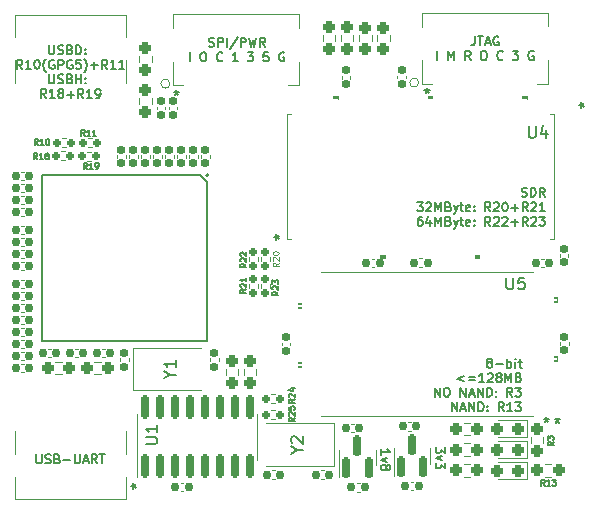
<source format=gto>
G04 #@! TF.GenerationSoftware,KiCad,Pcbnew,7.0.1-0*
G04 #@! TF.CreationDate,2023-04-12T11:12:59+08:00*
G04 #@! TF.ProjectId,slimarm_classic_2410,736c696d-6172-46d5-9f63-6c6173736963,rev?*
G04 #@! TF.SameCoordinates,Original*
G04 #@! TF.FileFunction,Legend,Top*
G04 #@! TF.FilePolarity,Positive*
%FSLAX46Y46*%
G04 Gerber Fmt 4.6, Leading zero omitted, Abs format (unit mm)*
G04 Created by KiCad (PCBNEW 7.0.1-0) date 2023-04-12 11:12:59*
%MOMM*%
%LPD*%
G01*
G04 APERTURE LIST*
G04 Aperture macros list*
%AMRoundRect*
0 Rectangle with rounded corners*
0 $1 Rounding radius*
0 $2 $3 $4 $5 $6 $7 $8 $9 X,Y pos of 4 corners*
0 Add a 4 corners polygon primitive as box body*
4,1,4,$2,$3,$4,$5,$6,$7,$8,$9,$2,$3,0*
0 Add four circle primitives for the rounded corners*
1,1,$1+$1,$2,$3*
1,1,$1+$1,$4,$5*
1,1,$1+$1,$6,$7*
1,1,$1+$1,$8,$9*
0 Add four rect primitives between the rounded corners*
20,1,$1+$1,$2,$3,$4,$5,0*
20,1,$1+$1,$4,$5,$6,$7,0*
20,1,$1+$1,$6,$7,$8,$9,0*
20,1,$1+$1,$8,$9,$2,$3,0*%
G04 Aperture macros list end*
%ADD10C,0.127000*%
%ADD11C,0.150000*%
%ADD12C,0.101600*%
%ADD13C,0.120000*%
%ADD14C,0.200000*%
%ADD15C,0.100000*%
%ADD16RoundRect,0.237500X-0.250000X-0.237500X0.250000X-0.237500X0.250000X0.237500X-0.250000X0.237500X0*%
%ADD17RoundRect,0.150000X0.150000X-0.739000X0.150000X0.739000X-0.150000X0.739000X-0.150000X-0.739000X0*%
%ADD18RoundRect,0.155000X-0.212500X-0.155000X0.212500X-0.155000X0.212500X0.155000X-0.212500X0.155000X0*%
%ADD19RoundRect,0.155000X-0.155000X0.212500X-0.155000X-0.212500X0.155000X-0.212500X0.155000X0.212500X0*%
%ADD20C,0.410000*%
%ADD21RoundRect,0.160000X-0.160000X0.197500X-0.160000X-0.197500X0.160000X-0.197500X0.160000X0.197500X0*%
%ADD22RoundRect,0.160000X0.197500X0.160000X-0.197500X0.160000X-0.197500X-0.160000X0.197500X-0.160000X0*%
%ADD23C,0.650000*%
%ADD24R,0.600000X2.000000*%
%ADD25R,0.300000X2.000000*%
%ADD26R,0.600000X1.450000*%
%ADD27O,1.000000X2.100000*%
%ADD28O,1.000000X1.600000*%
%ADD29RoundRect,0.237500X0.287500X0.237500X-0.287500X0.237500X-0.287500X-0.237500X0.287500X-0.237500X0*%
%ADD30RoundRect,0.155000X0.212500X0.155000X-0.212500X0.155000X-0.212500X-0.155000X0.212500X-0.155000X0*%
%ADD31R,0.711200X1.600000*%
%ADD32R,1.600200X2.209800*%
%ADD33RoundRect,0.237500X0.237500X-0.250000X0.237500X0.250000X-0.237500X0.250000X-0.237500X-0.250000X0*%
%ADD34RoundRect,0.160000X0.160000X-0.197500X0.160000X0.197500X-0.160000X0.197500X-0.160000X-0.197500X0*%
%ADD35RoundRect,0.237500X-0.237500X0.250000X-0.237500X-0.250000X0.237500X-0.250000X0.237500X0.250000X0*%
%ADD36RoundRect,0.155000X0.155000X-0.212500X0.155000X0.212500X-0.155000X0.212500X-0.155000X-0.212500X0*%
%ADD37RoundRect,0.237500X0.250000X0.237500X-0.250000X0.237500X-0.250000X-0.237500X0.250000X-0.237500X0*%
%ADD38RoundRect,0.160000X-0.197500X-0.160000X0.197500X-0.160000X0.197500X0.160000X-0.197500X0.160000X0*%
%ADD39R,0.508000X1.693800*%
%ADD40R,2.182700X0.254000*%
%ADD41RoundRect,0.150000X0.150000X-0.825000X0.150000X0.825000X-0.150000X0.825000X-0.150000X-0.825000X0*%
%ADD42R,2.000000X2.400000*%
G04 APERTURE END LIST*
D10*
X25881714Y-9499105D02*
X25881714Y-10115962D01*
X25881714Y-10115962D02*
X25918000Y-10188534D01*
X25918000Y-10188534D02*
X25954286Y-10224820D01*
X25954286Y-10224820D02*
X26026857Y-10261105D01*
X26026857Y-10261105D02*
X26172000Y-10261105D01*
X26172000Y-10261105D02*
X26244571Y-10224820D01*
X26244571Y-10224820D02*
X26280857Y-10188534D01*
X26280857Y-10188534D02*
X26317143Y-10115962D01*
X26317143Y-10115962D02*
X26317143Y-9499105D01*
X26643714Y-10224820D02*
X26752572Y-10261105D01*
X26752572Y-10261105D02*
X26934000Y-10261105D01*
X26934000Y-10261105D02*
X27006572Y-10224820D01*
X27006572Y-10224820D02*
X27042857Y-10188534D01*
X27042857Y-10188534D02*
X27079143Y-10115962D01*
X27079143Y-10115962D02*
X27079143Y-10043391D01*
X27079143Y-10043391D02*
X27042857Y-9970820D01*
X27042857Y-9970820D02*
X27006572Y-9934534D01*
X27006572Y-9934534D02*
X26934000Y-9898248D01*
X26934000Y-9898248D02*
X26788857Y-9861962D01*
X26788857Y-9861962D02*
X26716286Y-9825677D01*
X26716286Y-9825677D02*
X26680000Y-9789391D01*
X26680000Y-9789391D02*
X26643714Y-9716820D01*
X26643714Y-9716820D02*
X26643714Y-9644248D01*
X26643714Y-9644248D02*
X26680000Y-9571677D01*
X26680000Y-9571677D02*
X26716286Y-9535391D01*
X26716286Y-9535391D02*
X26788857Y-9499105D01*
X26788857Y-9499105D02*
X26970286Y-9499105D01*
X26970286Y-9499105D02*
X27079143Y-9535391D01*
X27659714Y-9861962D02*
X27768571Y-9898248D01*
X27768571Y-9898248D02*
X27804857Y-9934534D01*
X27804857Y-9934534D02*
X27841143Y-10007105D01*
X27841143Y-10007105D02*
X27841143Y-10115962D01*
X27841143Y-10115962D02*
X27804857Y-10188534D01*
X27804857Y-10188534D02*
X27768571Y-10224820D01*
X27768571Y-10224820D02*
X27696000Y-10261105D01*
X27696000Y-10261105D02*
X27405714Y-10261105D01*
X27405714Y-10261105D02*
X27405714Y-9499105D01*
X27405714Y-9499105D02*
X27659714Y-9499105D01*
X27659714Y-9499105D02*
X27732286Y-9535391D01*
X27732286Y-9535391D02*
X27768571Y-9571677D01*
X27768571Y-9571677D02*
X27804857Y-9644248D01*
X27804857Y-9644248D02*
X27804857Y-9716820D01*
X27804857Y-9716820D02*
X27768571Y-9789391D01*
X27768571Y-9789391D02*
X27732286Y-9825677D01*
X27732286Y-9825677D02*
X27659714Y-9861962D01*
X27659714Y-9861962D02*
X27405714Y-9861962D01*
X28167714Y-10261105D02*
X28167714Y-9499105D01*
X28167714Y-9499105D02*
X28349143Y-9499105D01*
X28349143Y-9499105D02*
X28458000Y-9535391D01*
X28458000Y-9535391D02*
X28530571Y-9607962D01*
X28530571Y-9607962D02*
X28566857Y-9680534D01*
X28566857Y-9680534D02*
X28603143Y-9825677D01*
X28603143Y-9825677D02*
X28603143Y-9934534D01*
X28603143Y-9934534D02*
X28566857Y-10079677D01*
X28566857Y-10079677D02*
X28530571Y-10152248D01*
X28530571Y-10152248D02*
X28458000Y-10224820D01*
X28458000Y-10224820D02*
X28349143Y-10261105D01*
X28349143Y-10261105D02*
X28167714Y-10261105D01*
X28929714Y-10188534D02*
X28966000Y-10224820D01*
X28966000Y-10224820D02*
X28929714Y-10261105D01*
X28929714Y-10261105D02*
X28893428Y-10224820D01*
X28893428Y-10224820D02*
X28929714Y-10188534D01*
X28929714Y-10188534D02*
X28929714Y-10261105D01*
X28929714Y-9789391D02*
X28966000Y-9825677D01*
X28966000Y-9825677D02*
X28929714Y-9861962D01*
X28929714Y-9861962D02*
X28893428Y-9825677D01*
X28893428Y-9825677D02*
X28929714Y-9789391D01*
X28929714Y-9789391D02*
X28929714Y-9861962D01*
X23613858Y-11495545D02*
X23359858Y-11132688D01*
X23178429Y-11495545D02*
X23178429Y-10733545D01*
X23178429Y-10733545D02*
X23468715Y-10733545D01*
X23468715Y-10733545D02*
X23541286Y-10769831D01*
X23541286Y-10769831D02*
X23577572Y-10806117D01*
X23577572Y-10806117D02*
X23613858Y-10878688D01*
X23613858Y-10878688D02*
X23613858Y-10987545D01*
X23613858Y-10987545D02*
X23577572Y-11060117D01*
X23577572Y-11060117D02*
X23541286Y-11096402D01*
X23541286Y-11096402D02*
X23468715Y-11132688D01*
X23468715Y-11132688D02*
X23178429Y-11132688D01*
X24339572Y-11495545D02*
X23904143Y-11495545D01*
X24121858Y-11495545D02*
X24121858Y-10733545D01*
X24121858Y-10733545D02*
X24049286Y-10842402D01*
X24049286Y-10842402D02*
X23976715Y-10914974D01*
X23976715Y-10914974D02*
X23904143Y-10951260D01*
X24811286Y-10733545D02*
X24883857Y-10733545D01*
X24883857Y-10733545D02*
X24956429Y-10769831D01*
X24956429Y-10769831D02*
X24992715Y-10806117D01*
X24992715Y-10806117D02*
X25029000Y-10878688D01*
X25029000Y-10878688D02*
X25065286Y-11023831D01*
X25065286Y-11023831D02*
X25065286Y-11205260D01*
X25065286Y-11205260D02*
X25029000Y-11350402D01*
X25029000Y-11350402D02*
X24992715Y-11422974D01*
X24992715Y-11422974D02*
X24956429Y-11459260D01*
X24956429Y-11459260D02*
X24883857Y-11495545D01*
X24883857Y-11495545D02*
X24811286Y-11495545D01*
X24811286Y-11495545D02*
X24738715Y-11459260D01*
X24738715Y-11459260D02*
X24702429Y-11422974D01*
X24702429Y-11422974D02*
X24666143Y-11350402D01*
X24666143Y-11350402D02*
X24629857Y-11205260D01*
X24629857Y-11205260D02*
X24629857Y-11023831D01*
X24629857Y-11023831D02*
X24666143Y-10878688D01*
X24666143Y-10878688D02*
X24702429Y-10806117D01*
X24702429Y-10806117D02*
X24738715Y-10769831D01*
X24738715Y-10769831D02*
X24811286Y-10733545D01*
X25609571Y-11785831D02*
X25573286Y-11749545D01*
X25573286Y-11749545D02*
X25500714Y-11640688D01*
X25500714Y-11640688D02*
X25464429Y-11568117D01*
X25464429Y-11568117D02*
X25428143Y-11459260D01*
X25428143Y-11459260D02*
X25391857Y-11277831D01*
X25391857Y-11277831D02*
X25391857Y-11132688D01*
X25391857Y-11132688D02*
X25428143Y-10951260D01*
X25428143Y-10951260D02*
X25464429Y-10842402D01*
X25464429Y-10842402D02*
X25500714Y-10769831D01*
X25500714Y-10769831D02*
X25573286Y-10660974D01*
X25573286Y-10660974D02*
X25609571Y-10624688D01*
X26299000Y-10769831D02*
X26226429Y-10733545D01*
X26226429Y-10733545D02*
X26117571Y-10733545D01*
X26117571Y-10733545D02*
X26008714Y-10769831D01*
X26008714Y-10769831D02*
X25936143Y-10842402D01*
X25936143Y-10842402D02*
X25899857Y-10914974D01*
X25899857Y-10914974D02*
X25863571Y-11060117D01*
X25863571Y-11060117D02*
X25863571Y-11168974D01*
X25863571Y-11168974D02*
X25899857Y-11314117D01*
X25899857Y-11314117D02*
X25936143Y-11386688D01*
X25936143Y-11386688D02*
X26008714Y-11459260D01*
X26008714Y-11459260D02*
X26117571Y-11495545D01*
X26117571Y-11495545D02*
X26190143Y-11495545D01*
X26190143Y-11495545D02*
X26299000Y-11459260D01*
X26299000Y-11459260D02*
X26335286Y-11422974D01*
X26335286Y-11422974D02*
X26335286Y-11168974D01*
X26335286Y-11168974D02*
X26190143Y-11168974D01*
X26661857Y-11495545D02*
X26661857Y-10733545D01*
X26661857Y-10733545D02*
X26952143Y-10733545D01*
X26952143Y-10733545D02*
X27024714Y-10769831D01*
X27024714Y-10769831D02*
X27061000Y-10806117D01*
X27061000Y-10806117D02*
X27097286Y-10878688D01*
X27097286Y-10878688D02*
X27097286Y-10987545D01*
X27097286Y-10987545D02*
X27061000Y-11060117D01*
X27061000Y-11060117D02*
X27024714Y-11096402D01*
X27024714Y-11096402D02*
X26952143Y-11132688D01*
X26952143Y-11132688D02*
X26661857Y-11132688D01*
X27823000Y-10769831D02*
X27750429Y-10733545D01*
X27750429Y-10733545D02*
X27641571Y-10733545D01*
X27641571Y-10733545D02*
X27532714Y-10769831D01*
X27532714Y-10769831D02*
X27460143Y-10842402D01*
X27460143Y-10842402D02*
X27423857Y-10914974D01*
X27423857Y-10914974D02*
X27387571Y-11060117D01*
X27387571Y-11060117D02*
X27387571Y-11168974D01*
X27387571Y-11168974D02*
X27423857Y-11314117D01*
X27423857Y-11314117D02*
X27460143Y-11386688D01*
X27460143Y-11386688D02*
X27532714Y-11459260D01*
X27532714Y-11459260D02*
X27641571Y-11495545D01*
X27641571Y-11495545D02*
X27714143Y-11495545D01*
X27714143Y-11495545D02*
X27823000Y-11459260D01*
X27823000Y-11459260D02*
X27859286Y-11422974D01*
X27859286Y-11422974D02*
X27859286Y-11168974D01*
X27859286Y-11168974D02*
X27714143Y-11168974D01*
X28548714Y-10733545D02*
X28185857Y-10733545D01*
X28185857Y-10733545D02*
X28149571Y-11096402D01*
X28149571Y-11096402D02*
X28185857Y-11060117D01*
X28185857Y-11060117D02*
X28258429Y-11023831D01*
X28258429Y-11023831D02*
X28439857Y-11023831D01*
X28439857Y-11023831D02*
X28512429Y-11060117D01*
X28512429Y-11060117D02*
X28548714Y-11096402D01*
X28548714Y-11096402D02*
X28585000Y-11168974D01*
X28585000Y-11168974D02*
X28585000Y-11350402D01*
X28585000Y-11350402D02*
X28548714Y-11422974D01*
X28548714Y-11422974D02*
X28512429Y-11459260D01*
X28512429Y-11459260D02*
X28439857Y-11495545D01*
X28439857Y-11495545D02*
X28258429Y-11495545D01*
X28258429Y-11495545D02*
X28185857Y-11459260D01*
X28185857Y-11459260D02*
X28149571Y-11422974D01*
X28839000Y-11785831D02*
X28875285Y-11749545D01*
X28875285Y-11749545D02*
X28947857Y-11640688D01*
X28947857Y-11640688D02*
X28984143Y-11568117D01*
X28984143Y-11568117D02*
X29020428Y-11459260D01*
X29020428Y-11459260D02*
X29056714Y-11277831D01*
X29056714Y-11277831D02*
X29056714Y-11132688D01*
X29056714Y-11132688D02*
X29020428Y-10951260D01*
X29020428Y-10951260D02*
X28984143Y-10842402D01*
X28984143Y-10842402D02*
X28947857Y-10769831D01*
X28947857Y-10769831D02*
X28875285Y-10660974D01*
X28875285Y-10660974D02*
X28839000Y-10624688D01*
X29419571Y-11205260D02*
X30000143Y-11205260D01*
X29709857Y-11495545D02*
X29709857Y-10914974D01*
X30798429Y-11495545D02*
X30544429Y-11132688D01*
X30363000Y-11495545D02*
X30363000Y-10733545D01*
X30363000Y-10733545D02*
X30653286Y-10733545D01*
X30653286Y-10733545D02*
X30725857Y-10769831D01*
X30725857Y-10769831D02*
X30762143Y-10806117D01*
X30762143Y-10806117D02*
X30798429Y-10878688D01*
X30798429Y-10878688D02*
X30798429Y-10987545D01*
X30798429Y-10987545D02*
X30762143Y-11060117D01*
X30762143Y-11060117D02*
X30725857Y-11096402D01*
X30725857Y-11096402D02*
X30653286Y-11132688D01*
X30653286Y-11132688D02*
X30363000Y-11132688D01*
X31524143Y-11495545D02*
X31088714Y-11495545D01*
X31306429Y-11495545D02*
X31306429Y-10733545D01*
X31306429Y-10733545D02*
X31233857Y-10842402D01*
X31233857Y-10842402D02*
X31161286Y-10914974D01*
X31161286Y-10914974D02*
X31088714Y-10951260D01*
X32249857Y-11495545D02*
X31814428Y-11495545D01*
X32032143Y-11495545D02*
X32032143Y-10733545D01*
X32032143Y-10733545D02*
X31959571Y-10842402D01*
X31959571Y-10842402D02*
X31887000Y-10914974D01*
X31887000Y-10914974D02*
X31814428Y-10951260D01*
X25863571Y-11967985D02*
X25863571Y-12584842D01*
X25863571Y-12584842D02*
X25899857Y-12657414D01*
X25899857Y-12657414D02*
X25936143Y-12693700D01*
X25936143Y-12693700D02*
X26008714Y-12729985D01*
X26008714Y-12729985D02*
X26153857Y-12729985D01*
X26153857Y-12729985D02*
X26226428Y-12693700D01*
X26226428Y-12693700D02*
X26262714Y-12657414D01*
X26262714Y-12657414D02*
X26299000Y-12584842D01*
X26299000Y-12584842D02*
X26299000Y-11967985D01*
X26625571Y-12693700D02*
X26734429Y-12729985D01*
X26734429Y-12729985D02*
X26915857Y-12729985D01*
X26915857Y-12729985D02*
X26988429Y-12693700D01*
X26988429Y-12693700D02*
X27024714Y-12657414D01*
X27024714Y-12657414D02*
X27061000Y-12584842D01*
X27061000Y-12584842D02*
X27061000Y-12512271D01*
X27061000Y-12512271D02*
X27024714Y-12439700D01*
X27024714Y-12439700D02*
X26988429Y-12403414D01*
X26988429Y-12403414D02*
X26915857Y-12367128D01*
X26915857Y-12367128D02*
X26770714Y-12330842D01*
X26770714Y-12330842D02*
X26698143Y-12294557D01*
X26698143Y-12294557D02*
X26661857Y-12258271D01*
X26661857Y-12258271D02*
X26625571Y-12185700D01*
X26625571Y-12185700D02*
X26625571Y-12113128D01*
X26625571Y-12113128D02*
X26661857Y-12040557D01*
X26661857Y-12040557D02*
X26698143Y-12004271D01*
X26698143Y-12004271D02*
X26770714Y-11967985D01*
X26770714Y-11967985D02*
X26952143Y-11967985D01*
X26952143Y-11967985D02*
X27061000Y-12004271D01*
X27641571Y-12330842D02*
X27750428Y-12367128D01*
X27750428Y-12367128D02*
X27786714Y-12403414D01*
X27786714Y-12403414D02*
X27823000Y-12475985D01*
X27823000Y-12475985D02*
X27823000Y-12584842D01*
X27823000Y-12584842D02*
X27786714Y-12657414D01*
X27786714Y-12657414D02*
X27750428Y-12693700D01*
X27750428Y-12693700D02*
X27677857Y-12729985D01*
X27677857Y-12729985D02*
X27387571Y-12729985D01*
X27387571Y-12729985D02*
X27387571Y-11967985D01*
X27387571Y-11967985D02*
X27641571Y-11967985D01*
X27641571Y-11967985D02*
X27714143Y-12004271D01*
X27714143Y-12004271D02*
X27750428Y-12040557D01*
X27750428Y-12040557D02*
X27786714Y-12113128D01*
X27786714Y-12113128D02*
X27786714Y-12185700D01*
X27786714Y-12185700D02*
X27750428Y-12258271D01*
X27750428Y-12258271D02*
X27714143Y-12294557D01*
X27714143Y-12294557D02*
X27641571Y-12330842D01*
X27641571Y-12330842D02*
X27387571Y-12330842D01*
X28149571Y-12729985D02*
X28149571Y-11967985D01*
X28149571Y-12330842D02*
X28585000Y-12330842D01*
X28585000Y-12729985D02*
X28585000Y-11967985D01*
X28947857Y-12657414D02*
X28984143Y-12693700D01*
X28984143Y-12693700D02*
X28947857Y-12729985D01*
X28947857Y-12729985D02*
X28911571Y-12693700D01*
X28911571Y-12693700D02*
X28947857Y-12657414D01*
X28947857Y-12657414D02*
X28947857Y-12729985D01*
X28947857Y-12258271D02*
X28984143Y-12294557D01*
X28984143Y-12294557D02*
X28947857Y-12330842D01*
X28947857Y-12330842D02*
X28911571Y-12294557D01*
X28911571Y-12294557D02*
X28947857Y-12258271D01*
X28947857Y-12258271D02*
X28947857Y-12330842D01*
X25627715Y-13964425D02*
X25373715Y-13601568D01*
X25192286Y-13964425D02*
X25192286Y-13202425D01*
X25192286Y-13202425D02*
X25482572Y-13202425D01*
X25482572Y-13202425D02*
X25555143Y-13238711D01*
X25555143Y-13238711D02*
X25591429Y-13274997D01*
X25591429Y-13274997D02*
X25627715Y-13347568D01*
X25627715Y-13347568D02*
X25627715Y-13456425D01*
X25627715Y-13456425D02*
X25591429Y-13528997D01*
X25591429Y-13528997D02*
X25555143Y-13565282D01*
X25555143Y-13565282D02*
X25482572Y-13601568D01*
X25482572Y-13601568D02*
X25192286Y-13601568D01*
X26353429Y-13964425D02*
X25918000Y-13964425D01*
X26135715Y-13964425D02*
X26135715Y-13202425D01*
X26135715Y-13202425D02*
X26063143Y-13311282D01*
X26063143Y-13311282D02*
X25990572Y-13383854D01*
X25990572Y-13383854D02*
X25918000Y-13420140D01*
X26788857Y-13528997D02*
X26716286Y-13492711D01*
X26716286Y-13492711D02*
X26680000Y-13456425D01*
X26680000Y-13456425D02*
X26643714Y-13383854D01*
X26643714Y-13383854D02*
X26643714Y-13347568D01*
X26643714Y-13347568D02*
X26680000Y-13274997D01*
X26680000Y-13274997D02*
X26716286Y-13238711D01*
X26716286Y-13238711D02*
X26788857Y-13202425D01*
X26788857Y-13202425D02*
X26934000Y-13202425D01*
X26934000Y-13202425D02*
X27006572Y-13238711D01*
X27006572Y-13238711D02*
X27042857Y-13274997D01*
X27042857Y-13274997D02*
X27079143Y-13347568D01*
X27079143Y-13347568D02*
X27079143Y-13383854D01*
X27079143Y-13383854D02*
X27042857Y-13456425D01*
X27042857Y-13456425D02*
X27006572Y-13492711D01*
X27006572Y-13492711D02*
X26934000Y-13528997D01*
X26934000Y-13528997D02*
X26788857Y-13528997D01*
X26788857Y-13528997D02*
X26716286Y-13565282D01*
X26716286Y-13565282D02*
X26680000Y-13601568D01*
X26680000Y-13601568D02*
X26643714Y-13674140D01*
X26643714Y-13674140D02*
X26643714Y-13819282D01*
X26643714Y-13819282D02*
X26680000Y-13891854D01*
X26680000Y-13891854D02*
X26716286Y-13928140D01*
X26716286Y-13928140D02*
X26788857Y-13964425D01*
X26788857Y-13964425D02*
X26934000Y-13964425D01*
X26934000Y-13964425D02*
X27006572Y-13928140D01*
X27006572Y-13928140D02*
X27042857Y-13891854D01*
X27042857Y-13891854D02*
X27079143Y-13819282D01*
X27079143Y-13819282D02*
X27079143Y-13674140D01*
X27079143Y-13674140D02*
X27042857Y-13601568D01*
X27042857Y-13601568D02*
X27006572Y-13565282D01*
X27006572Y-13565282D02*
X26934000Y-13528997D01*
X27405714Y-13674140D02*
X27986286Y-13674140D01*
X27696000Y-13964425D02*
X27696000Y-13383854D01*
X28784572Y-13964425D02*
X28530572Y-13601568D01*
X28349143Y-13964425D02*
X28349143Y-13202425D01*
X28349143Y-13202425D02*
X28639429Y-13202425D01*
X28639429Y-13202425D02*
X28712000Y-13238711D01*
X28712000Y-13238711D02*
X28748286Y-13274997D01*
X28748286Y-13274997D02*
X28784572Y-13347568D01*
X28784572Y-13347568D02*
X28784572Y-13456425D01*
X28784572Y-13456425D02*
X28748286Y-13528997D01*
X28748286Y-13528997D02*
X28712000Y-13565282D01*
X28712000Y-13565282D02*
X28639429Y-13601568D01*
X28639429Y-13601568D02*
X28349143Y-13601568D01*
X29510286Y-13964425D02*
X29074857Y-13964425D01*
X29292572Y-13964425D02*
X29292572Y-13202425D01*
X29292572Y-13202425D02*
X29220000Y-13311282D01*
X29220000Y-13311282D02*
X29147429Y-13383854D01*
X29147429Y-13383854D02*
X29074857Y-13420140D01*
X29873143Y-13964425D02*
X30018286Y-13964425D01*
X30018286Y-13964425D02*
X30090857Y-13928140D01*
X30090857Y-13928140D02*
X30127143Y-13891854D01*
X30127143Y-13891854D02*
X30199714Y-13782997D01*
X30199714Y-13782997D02*
X30236000Y-13637854D01*
X30236000Y-13637854D02*
X30236000Y-13347568D01*
X30236000Y-13347568D02*
X30199714Y-13274997D01*
X30199714Y-13274997D02*
X30163429Y-13238711D01*
X30163429Y-13238711D02*
X30090857Y-13202425D01*
X30090857Y-13202425D02*
X29945714Y-13202425D01*
X29945714Y-13202425D02*
X29873143Y-13238711D01*
X29873143Y-13238711D02*
X29836857Y-13274997D01*
X29836857Y-13274997D02*
X29800571Y-13347568D01*
X29800571Y-13347568D02*
X29800571Y-13528997D01*
X29800571Y-13528997D02*
X29836857Y-13601568D01*
X29836857Y-13601568D02*
X29873143Y-13637854D01*
X29873143Y-13637854D02*
X29945714Y-13674140D01*
X29945714Y-13674140D02*
X30090857Y-13674140D01*
X30090857Y-13674140D02*
X30163429Y-13637854D01*
X30163429Y-13637854D02*
X30199714Y-13601568D01*
X30199714Y-13601568D02*
X30236000Y-13528997D01*
X24795714Y-44140765D02*
X24795714Y-44757622D01*
X24795714Y-44757622D02*
X24832000Y-44830194D01*
X24832000Y-44830194D02*
X24868286Y-44866480D01*
X24868286Y-44866480D02*
X24940857Y-44902765D01*
X24940857Y-44902765D02*
X25086000Y-44902765D01*
X25086000Y-44902765D02*
X25158571Y-44866480D01*
X25158571Y-44866480D02*
X25194857Y-44830194D01*
X25194857Y-44830194D02*
X25231143Y-44757622D01*
X25231143Y-44757622D02*
X25231143Y-44140765D01*
X25557714Y-44866480D02*
X25666572Y-44902765D01*
X25666572Y-44902765D02*
X25848000Y-44902765D01*
X25848000Y-44902765D02*
X25920572Y-44866480D01*
X25920572Y-44866480D02*
X25956857Y-44830194D01*
X25956857Y-44830194D02*
X25993143Y-44757622D01*
X25993143Y-44757622D02*
X25993143Y-44685051D01*
X25993143Y-44685051D02*
X25956857Y-44612480D01*
X25956857Y-44612480D02*
X25920572Y-44576194D01*
X25920572Y-44576194D02*
X25848000Y-44539908D01*
X25848000Y-44539908D02*
X25702857Y-44503622D01*
X25702857Y-44503622D02*
X25630286Y-44467337D01*
X25630286Y-44467337D02*
X25594000Y-44431051D01*
X25594000Y-44431051D02*
X25557714Y-44358480D01*
X25557714Y-44358480D02*
X25557714Y-44285908D01*
X25557714Y-44285908D02*
X25594000Y-44213337D01*
X25594000Y-44213337D02*
X25630286Y-44177051D01*
X25630286Y-44177051D02*
X25702857Y-44140765D01*
X25702857Y-44140765D02*
X25884286Y-44140765D01*
X25884286Y-44140765D02*
X25993143Y-44177051D01*
X26573714Y-44503622D02*
X26682571Y-44539908D01*
X26682571Y-44539908D02*
X26718857Y-44576194D01*
X26718857Y-44576194D02*
X26755143Y-44648765D01*
X26755143Y-44648765D02*
X26755143Y-44757622D01*
X26755143Y-44757622D02*
X26718857Y-44830194D01*
X26718857Y-44830194D02*
X26682571Y-44866480D01*
X26682571Y-44866480D02*
X26610000Y-44902765D01*
X26610000Y-44902765D02*
X26319714Y-44902765D01*
X26319714Y-44902765D02*
X26319714Y-44140765D01*
X26319714Y-44140765D02*
X26573714Y-44140765D01*
X26573714Y-44140765D02*
X26646286Y-44177051D01*
X26646286Y-44177051D02*
X26682571Y-44213337D01*
X26682571Y-44213337D02*
X26718857Y-44285908D01*
X26718857Y-44285908D02*
X26718857Y-44358480D01*
X26718857Y-44358480D02*
X26682571Y-44431051D01*
X26682571Y-44431051D02*
X26646286Y-44467337D01*
X26646286Y-44467337D02*
X26573714Y-44503622D01*
X26573714Y-44503622D02*
X26319714Y-44503622D01*
X27081714Y-44612480D02*
X27662286Y-44612480D01*
X28025143Y-44140765D02*
X28025143Y-44757622D01*
X28025143Y-44757622D02*
X28061429Y-44830194D01*
X28061429Y-44830194D02*
X28097715Y-44866480D01*
X28097715Y-44866480D02*
X28170286Y-44902765D01*
X28170286Y-44902765D02*
X28315429Y-44902765D01*
X28315429Y-44902765D02*
X28388000Y-44866480D01*
X28388000Y-44866480D02*
X28424286Y-44830194D01*
X28424286Y-44830194D02*
X28460572Y-44757622D01*
X28460572Y-44757622D02*
X28460572Y-44140765D01*
X28787143Y-44685051D02*
X29150001Y-44685051D01*
X28714572Y-44902765D02*
X28968572Y-44140765D01*
X28968572Y-44140765D02*
X29222572Y-44902765D01*
X29912001Y-44902765D02*
X29658001Y-44539908D01*
X29476572Y-44902765D02*
X29476572Y-44140765D01*
X29476572Y-44140765D02*
X29766858Y-44140765D01*
X29766858Y-44140765D02*
X29839429Y-44177051D01*
X29839429Y-44177051D02*
X29875715Y-44213337D01*
X29875715Y-44213337D02*
X29912001Y-44285908D01*
X29912001Y-44285908D02*
X29912001Y-44394765D01*
X29912001Y-44394765D02*
X29875715Y-44467337D01*
X29875715Y-44467337D02*
X29839429Y-44503622D01*
X29839429Y-44503622D02*
X29766858Y-44539908D01*
X29766858Y-44539908D02*
X29476572Y-44539908D01*
X30129715Y-44140765D02*
X30565144Y-44140765D01*
X30347429Y-44902765D02*
X30347429Y-44140765D01*
X61927000Y-8743545D02*
X61927000Y-9287831D01*
X61927000Y-9287831D02*
X61890715Y-9396688D01*
X61890715Y-9396688D02*
X61818143Y-9469260D01*
X61818143Y-9469260D02*
X61709286Y-9505545D01*
X61709286Y-9505545D02*
X61636715Y-9505545D01*
X62181000Y-8743545D02*
X62616429Y-8743545D01*
X62398714Y-9505545D02*
X62398714Y-8743545D01*
X62834142Y-9287831D02*
X63197000Y-9287831D01*
X62761571Y-9505545D02*
X63015571Y-8743545D01*
X63015571Y-8743545D02*
X63269571Y-9505545D01*
X63922714Y-8779831D02*
X63850143Y-8743545D01*
X63850143Y-8743545D02*
X63741285Y-8743545D01*
X63741285Y-8743545D02*
X63632428Y-8779831D01*
X63632428Y-8779831D02*
X63559857Y-8852402D01*
X63559857Y-8852402D02*
X63523571Y-8924974D01*
X63523571Y-8924974D02*
X63487285Y-9070117D01*
X63487285Y-9070117D02*
X63487285Y-9178974D01*
X63487285Y-9178974D02*
X63523571Y-9324117D01*
X63523571Y-9324117D02*
X63559857Y-9396688D01*
X63559857Y-9396688D02*
X63632428Y-9469260D01*
X63632428Y-9469260D02*
X63741285Y-9505545D01*
X63741285Y-9505545D02*
X63813857Y-9505545D01*
X63813857Y-9505545D02*
X63922714Y-9469260D01*
X63922714Y-9469260D02*
X63959000Y-9432974D01*
X63959000Y-9432974D02*
X63959000Y-9178974D01*
X63959000Y-9178974D02*
X63813857Y-9178974D01*
X58733858Y-10739985D02*
X58733858Y-9977985D01*
X59677286Y-10739985D02*
X59677286Y-9977985D01*
X59677286Y-9977985D02*
X59931286Y-10522271D01*
X59931286Y-10522271D02*
X60185286Y-9977985D01*
X60185286Y-9977985D02*
X60185286Y-10739985D01*
X61564143Y-10739985D02*
X61310143Y-10377128D01*
X61128714Y-10739985D02*
X61128714Y-9977985D01*
X61128714Y-9977985D02*
X61419000Y-9977985D01*
X61419000Y-9977985D02*
X61491571Y-10014271D01*
X61491571Y-10014271D02*
X61527857Y-10050557D01*
X61527857Y-10050557D02*
X61564143Y-10123128D01*
X61564143Y-10123128D02*
X61564143Y-10231985D01*
X61564143Y-10231985D02*
X61527857Y-10304557D01*
X61527857Y-10304557D02*
X61491571Y-10340842D01*
X61491571Y-10340842D02*
X61419000Y-10377128D01*
X61419000Y-10377128D02*
X61128714Y-10377128D01*
X62616428Y-9977985D02*
X62761571Y-9977985D01*
X62761571Y-9977985D02*
X62834142Y-10014271D01*
X62834142Y-10014271D02*
X62906714Y-10086842D01*
X62906714Y-10086842D02*
X62942999Y-10231985D01*
X62942999Y-10231985D02*
X62942999Y-10485985D01*
X62942999Y-10485985D02*
X62906714Y-10631128D01*
X62906714Y-10631128D02*
X62834142Y-10703700D01*
X62834142Y-10703700D02*
X62761571Y-10739985D01*
X62761571Y-10739985D02*
X62616428Y-10739985D01*
X62616428Y-10739985D02*
X62543857Y-10703700D01*
X62543857Y-10703700D02*
X62471285Y-10631128D01*
X62471285Y-10631128D02*
X62434999Y-10485985D01*
X62434999Y-10485985D02*
X62434999Y-10231985D01*
X62434999Y-10231985D02*
X62471285Y-10086842D01*
X62471285Y-10086842D02*
X62543857Y-10014271D01*
X62543857Y-10014271D02*
X62616428Y-9977985D01*
X64285571Y-10667414D02*
X64249285Y-10703700D01*
X64249285Y-10703700D02*
X64140428Y-10739985D01*
X64140428Y-10739985D02*
X64067856Y-10739985D01*
X64067856Y-10739985D02*
X63958999Y-10703700D01*
X63958999Y-10703700D02*
X63886428Y-10631128D01*
X63886428Y-10631128D02*
X63850142Y-10558557D01*
X63850142Y-10558557D02*
X63813856Y-10413414D01*
X63813856Y-10413414D02*
X63813856Y-10304557D01*
X63813856Y-10304557D02*
X63850142Y-10159414D01*
X63850142Y-10159414D02*
X63886428Y-10086842D01*
X63886428Y-10086842D02*
X63958999Y-10014271D01*
X63958999Y-10014271D02*
X64067856Y-9977985D01*
X64067856Y-9977985D02*
X64140428Y-9977985D01*
X64140428Y-9977985D02*
X64249285Y-10014271D01*
X64249285Y-10014271D02*
X64285571Y-10050557D01*
X65120142Y-9977985D02*
X65591856Y-9977985D01*
X65591856Y-9977985D02*
X65337856Y-10268271D01*
X65337856Y-10268271D02*
X65446713Y-10268271D01*
X65446713Y-10268271D02*
X65519285Y-10304557D01*
X65519285Y-10304557D02*
X65555570Y-10340842D01*
X65555570Y-10340842D02*
X65591856Y-10413414D01*
X65591856Y-10413414D02*
X65591856Y-10594842D01*
X65591856Y-10594842D02*
X65555570Y-10667414D01*
X65555570Y-10667414D02*
X65519285Y-10703700D01*
X65519285Y-10703700D02*
X65446713Y-10739985D01*
X65446713Y-10739985D02*
X65228999Y-10739985D01*
X65228999Y-10739985D02*
X65156427Y-10703700D01*
X65156427Y-10703700D02*
X65120142Y-10667414D01*
X66898141Y-10014271D02*
X66825570Y-9977985D01*
X66825570Y-9977985D02*
X66716712Y-9977985D01*
X66716712Y-9977985D02*
X66607855Y-10014271D01*
X66607855Y-10014271D02*
X66535284Y-10086842D01*
X66535284Y-10086842D02*
X66498998Y-10159414D01*
X66498998Y-10159414D02*
X66462712Y-10304557D01*
X66462712Y-10304557D02*
X66462712Y-10413414D01*
X66462712Y-10413414D02*
X66498998Y-10558557D01*
X66498998Y-10558557D02*
X66535284Y-10631128D01*
X66535284Y-10631128D02*
X66607855Y-10703700D01*
X66607855Y-10703700D02*
X66716712Y-10739985D01*
X66716712Y-10739985D02*
X66789284Y-10739985D01*
X66789284Y-10739985D02*
X66898141Y-10703700D01*
X66898141Y-10703700D02*
X66934427Y-10667414D01*
X66934427Y-10667414D02*
X66934427Y-10413414D01*
X66934427Y-10413414D02*
X66789284Y-10413414D01*
X59359484Y-43533857D02*
X59359484Y-44005571D01*
X59359484Y-44005571D02*
X59069198Y-43751571D01*
X59069198Y-43751571D02*
X59069198Y-43860428D01*
X59069198Y-43860428D02*
X59032912Y-43933000D01*
X59032912Y-43933000D02*
X58996627Y-43969285D01*
X58996627Y-43969285D02*
X58924055Y-44005571D01*
X58924055Y-44005571D02*
X58742627Y-44005571D01*
X58742627Y-44005571D02*
X58670055Y-43969285D01*
X58670055Y-43969285D02*
X58633770Y-43933000D01*
X58633770Y-43933000D02*
X58597484Y-43860428D01*
X58597484Y-43860428D02*
X58597484Y-43642714D01*
X58597484Y-43642714D02*
X58633770Y-43570142D01*
X58633770Y-43570142D02*
X58670055Y-43533857D01*
X59105484Y-44259571D02*
X58597484Y-44440999D01*
X58597484Y-44440999D02*
X59105484Y-44622428D01*
X59359484Y-44840142D02*
X59359484Y-45311856D01*
X59359484Y-45311856D02*
X59069198Y-45057856D01*
X59069198Y-45057856D02*
X59069198Y-45166713D01*
X59069198Y-45166713D02*
X59032912Y-45239285D01*
X59032912Y-45239285D02*
X58996627Y-45275570D01*
X58996627Y-45275570D02*
X58924055Y-45311856D01*
X58924055Y-45311856D02*
X58742627Y-45311856D01*
X58742627Y-45311856D02*
X58670055Y-45275570D01*
X58670055Y-45275570D02*
X58633770Y-45239285D01*
X58633770Y-45239285D02*
X58597484Y-45166713D01*
X58597484Y-45166713D02*
X58597484Y-44948999D01*
X58597484Y-44948999D02*
X58633770Y-44876427D01*
X58633770Y-44876427D02*
X58670055Y-44840142D01*
X63099427Y-36348457D02*
X63026856Y-36312171D01*
X63026856Y-36312171D02*
X62990570Y-36275885D01*
X62990570Y-36275885D02*
X62954284Y-36203314D01*
X62954284Y-36203314D02*
X62954284Y-36167028D01*
X62954284Y-36167028D02*
X62990570Y-36094457D01*
X62990570Y-36094457D02*
X63026856Y-36058171D01*
X63026856Y-36058171D02*
X63099427Y-36021885D01*
X63099427Y-36021885D02*
X63244570Y-36021885D01*
X63244570Y-36021885D02*
X63317142Y-36058171D01*
X63317142Y-36058171D02*
X63353427Y-36094457D01*
X63353427Y-36094457D02*
X63389713Y-36167028D01*
X63389713Y-36167028D02*
X63389713Y-36203314D01*
X63389713Y-36203314D02*
X63353427Y-36275885D01*
X63353427Y-36275885D02*
X63317142Y-36312171D01*
X63317142Y-36312171D02*
X63244570Y-36348457D01*
X63244570Y-36348457D02*
X63099427Y-36348457D01*
X63099427Y-36348457D02*
X63026856Y-36384742D01*
X63026856Y-36384742D02*
X62990570Y-36421028D01*
X62990570Y-36421028D02*
X62954284Y-36493600D01*
X62954284Y-36493600D02*
X62954284Y-36638742D01*
X62954284Y-36638742D02*
X62990570Y-36711314D01*
X62990570Y-36711314D02*
X63026856Y-36747600D01*
X63026856Y-36747600D02*
X63099427Y-36783885D01*
X63099427Y-36783885D02*
X63244570Y-36783885D01*
X63244570Y-36783885D02*
X63317142Y-36747600D01*
X63317142Y-36747600D02*
X63353427Y-36711314D01*
X63353427Y-36711314D02*
X63389713Y-36638742D01*
X63389713Y-36638742D02*
X63389713Y-36493600D01*
X63389713Y-36493600D02*
X63353427Y-36421028D01*
X63353427Y-36421028D02*
X63317142Y-36384742D01*
X63317142Y-36384742D02*
X63244570Y-36348457D01*
X63716284Y-36493600D02*
X64296856Y-36493600D01*
X64659713Y-36783885D02*
X64659713Y-36021885D01*
X64659713Y-36312171D02*
X64732285Y-36275885D01*
X64732285Y-36275885D02*
X64877427Y-36275885D01*
X64877427Y-36275885D02*
X64949999Y-36312171D01*
X64949999Y-36312171D02*
X64986285Y-36348457D01*
X64986285Y-36348457D02*
X65022570Y-36421028D01*
X65022570Y-36421028D02*
X65022570Y-36638742D01*
X65022570Y-36638742D02*
X64986285Y-36711314D01*
X64986285Y-36711314D02*
X64949999Y-36747600D01*
X64949999Y-36747600D02*
X64877427Y-36783885D01*
X64877427Y-36783885D02*
X64732285Y-36783885D01*
X64732285Y-36783885D02*
X64659713Y-36747600D01*
X65349142Y-36783885D02*
X65349142Y-36275885D01*
X65349142Y-36021885D02*
X65312856Y-36058171D01*
X65312856Y-36058171D02*
X65349142Y-36094457D01*
X65349142Y-36094457D02*
X65385428Y-36058171D01*
X65385428Y-36058171D02*
X65349142Y-36021885D01*
X65349142Y-36021885D02*
X65349142Y-36094457D01*
X65603142Y-36275885D02*
X65893428Y-36275885D01*
X65711999Y-36021885D02*
X65711999Y-36675028D01*
X65711999Y-36675028D02*
X65748285Y-36747600D01*
X65748285Y-36747600D02*
X65820856Y-36783885D01*
X65820856Y-36783885D02*
X65893428Y-36783885D01*
X61031143Y-37510325D02*
X60450571Y-37728040D01*
X60450571Y-37728040D02*
X61031143Y-37945754D01*
X61394000Y-37619182D02*
X61974572Y-37619182D01*
X61974572Y-37836897D02*
X61394000Y-37836897D01*
X62736572Y-38018325D02*
X62301143Y-38018325D01*
X62518858Y-38018325D02*
X62518858Y-37256325D01*
X62518858Y-37256325D02*
X62446286Y-37365182D01*
X62446286Y-37365182D02*
X62373715Y-37437754D01*
X62373715Y-37437754D02*
X62301143Y-37474040D01*
X63026857Y-37328897D02*
X63063143Y-37292611D01*
X63063143Y-37292611D02*
X63135715Y-37256325D01*
X63135715Y-37256325D02*
X63317143Y-37256325D01*
X63317143Y-37256325D02*
X63389715Y-37292611D01*
X63389715Y-37292611D02*
X63426000Y-37328897D01*
X63426000Y-37328897D02*
X63462286Y-37401468D01*
X63462286Y-37401468D02*
X63462286Y-37474040D01*
X63462286Y-37474040D02*
X63426000Y-37582897D01*
X63426000Y-37582897D02*
X62990572Y-38018325D01*
X62990572Y-38018325D02*
X63462286Y-38018325D01*
X63897714Y-37582897D02*
X63825143Y-37546611D01*
X63825143Y-37546611D02*
X63788857Y-37510325D01*
X63788857Y-37510325D02*
X63752571Y-37437754D01*
X63752571Y-37437754D02*
X63752571Y-37401468D01*
X63752571Y-37401468D02*
X63788857Y-37328897D01*
X63788857Y-37328897D02*
X63825143Y-37292611D01*
X63825143Y-37292611D02*
X63897714Y-37256325D01*
X63897714Y-37256325D02*
X64042857Y-37256325D01*
X64042857Y-37256325D02*
X64115429Y-37292611D01*
X64115429Y-37292611D02*
X64151714Y-37328897D01*
X64151714Y-37328897D02*
X64188000Y-37401468D01*
X64188000Y-37401468D02*
X64188000Y-37437754D01*
X64188000Y-37437754D02*
X64151714Y-37510325D01*
X64151714Y-37510325D02*
X64115429Y-37546611D01*
X64115429Y-37546611D02*
X64042857Y-37582897D01*
X64042857Y-37582897D02*
X63897714Y-37582897D01*
X63897714Y-37582897D02*
X63825143Y-37619182D01*
X63825143Y-37619182D02*
X63788857Y-37655468D01*
X63788857Y-37655468D02*
X63752571Y-37728040D01*
X63752571Y-37728040D02*
X63752571Y-37873182D01*
X63752571Y-37873182D02*
X63788857Y-37945754D01*
X63788857Y-37945754D02*
X63825143Y-37982040D01*
X63825143Y-37982040D02*
X63897714Y-38018325D01*
X63897714Y-38018325D02*
X64042857Y-38018325D01*
X64042857Y-38018325D02*
X64115429Y-37982040D01*
X64115429Y-37982040D02*
X64151714Y-37945754D01*
X64151714Y-37945754D02*
X64188000Y-37873182D01*
X64188000Y-37873182D02*
X64188000Y-37728040D01*
X64188000Y-37728040D02*
X64151714Y-37655468D01*
X64151714Y-37655468D02*
X64115429Y-37619182D01*
X64115429Y-37619182D02*
X64042857Y-37582897D01*
X64514571Y-38018325D02*
X64514571Y-37256325D01*
X64514571Y-37256325D02*
X64768571Y-37800611D01*
X64768571Y-37800611D02*
X65022571Y-37256325D01*
X65022571Y-37256325D02*
X65022571Y-38018325D01*
X65639428Y-37619182D02*
X65748285Y-37655468D01*
X65748285Y-37655468D02*
X65784571Y-37691754D01*
X65784571Y-37691754D02*
X65820857Y-37764325D01*
X65820857Y-37764325D02*
X65820857Y-37873182D01*
X65820857Y-37873182D02*
X65784571Y-37945754D01*
X65784571Y-37945754D02*
X65748285Y-37982040D01*
X65748285Y-37982040D02*
X65675714Y-38018325D01*
X65675714Y-38018325D02*
X65385428Y-38018325D01*
X65385428Y-38018325D02*
X65385428Y-37256325D01*
X65385428Y-37256325D02*
X65639428Y-37256325D01*
X65639428Y-37256325D02*
X65712000Y-37292611D01*
X65712000Y-37292611D02*
X65748285Y-37328897D01*
X65748285Y-37328897D02*
X65784571Y-37401468D01*
X65784571Y-37401468D02*
X65784571Y-37474040D01*
X65784571Y-37474040D02*
X65748285Y-37546611D01*
X65748285Y-37546611D02*
X65712000Y-37582897D01*
X65712000Y-37582897D02*
X65639428Y-37619182D01*
X65639428Y-37619182D02*
X65385428Y-37619182D01*
X58527428Y-39252765D02*
X58527428Y-38490765D01*
X58527428Y-38490765D02*
X58962857Y-39252765D01*
X58962857Y-39252765D02*
X58962857Y-38490765D01*
X59470857Y-38490765D02*
X59616000Y-38490765D01*
X59616000Y-38490765D02*
X59688571Y-38527051D01*
X59688571Y-38527051D02*
X59761143Y-38599622D01*
X59761143Y-38599622D02*
X59797428Y-38744765D01*
X59797428Y-38744765D02*
X59797428Y-38998765D01*
X59797428Y-38998765D02*
X59761143Y-39143908D01*
X59761143Y-39143908D02*
X59688571Y-39216480D01*
X59688571Y-39216480D02*
X59616000Y-39252765D01*
X59616000Y-39252765D02*
X59470857Y-39252765D01*
X59470857Y-39252765D02*
X59398286Y-39216480D01*
X59398286Y-39216480D02*
X59325714Y-39143908D01*
X59325714Y-39143908D02*
X59289428Y-38998765D01*
X59289428Y-38998765D02*
X59289428Y-38744765D01*
X59289428Y-38744765D02*
X59325714Y-38599622D01*
X59325714Y-38599622D02*
X59398286Y-38527051D01*
X59398286Y-38527051D02*
X59470857Y-38490765D01*
X60704571Y-39252765D02*
X60704571Y-38490765D01*
X60704571Y-38490765D02*
X61140000Y-39252765D01*
X61140000Y-39252765D02*
X61140000Y-38490765D01*
X61466571Y-39035051D02*
X61829429Y-39035051D01*
X61394000Y-39252765D02*
X61648000Y-38490765D01*
X61648000Y-38490765D02*
X61902000Y-39252765D01*
X62156000Y-39252765D02*
X62156000Y-38490765D01*
X62156000Y-38490765D02*
X62591429Y-39252765D01*
X62591429Y-39252765D02*
X62591429Y-38490765D01*
X62954286Y-39252765D02*
X62954286Y-38490765D01*
X62954286Y-38490765D02*
X63135715Y-38490765D01*
X63135715Y-38490765D02*
X63244572Y-38527051D01*
X63244572Y-38527051D02*
X63317143Y-38599622D01*
X63317143Y-38599622D02*
X63353429Y-38672194D01*
X63353429Y-38672194D02*
X63389715Y-38817337D01*
X63389715Y-38817337D02*
X63389715Y-38926194D01*
X63389715Y-38926194D02*
X63353429Y-39071337D01*
X63353429Y-39071337D02*
X63317143Y-39143908D01*
X63317143Y-39143908D02*
X63244572Y-39216480D01*
X63244572Y-39216480D02*
X63135715Y-39252765D01*
X63135715Y-39252765D02*
X62954286Y-39252765D01*
X63716286Y-39180194D02*
X63752572Y-39216480D01*
X63752572Y-39216480D02*
X63716286Y-39252765D01*
X63716286Y-39252765D02*
X63680000Y-39216480D01*
X63680000Y-39216480D02*
X63716286Y-39180194D01*
X63716286Y-39180194D02*
X63716286Y-39252765D01*
X63716286Y-38781051D02*
X63752572Y-38817337D01*
X63752572Y-38817337D02*
X63716286Y-38853622D01*
X63716286Y-38853622D02*
X63680000Y-38817337D01*
X63680000Y-38817337D02*
X63716286Y-38781051D01*
X63716286Y-38781051D02*
X63716286Y-38853622D01*
X65095143Y-39252765D02*
X64841143Y-38889908D01*
X64659714Y-39252765D02*
X64659714Y-38490765D01*
X64659714Y-38490765D02*
X64950000Y-38490765D01*
X64950000Y-38490765D02*
X65022571Y-38527051D01*
X65022571Y-38527051D02*
X65058857Y-38563337D01*
X65058857Y-38563337D02*
X65095143Y-38635908D01*
X65095143Y-38635908D02*
X65095143Y-38744765D01*
X65095143Y-38744765D02*
X65058857Y-38817337D01*
X65058857Y-38817337D02*
X65022571Y-38853622D01*
X65022571Y-38853622D02*
X64950000Y-38889908D01*
X64950000Y-38889908D02*
X64659714Y-38889908D01*
X65349143Y-38490765D02*
X65820857Y-38490765D01*
X65820857Y-38490765D02*
X65566857Y-38781051D01*
X65566857Y-38781051D02*
X65675714Y-38781051D01*
X65675714Y-38781051D02*
X65748286Y-38817337D01*
X65748286Y-38817337D02*
X65784571Y-38853622D01*
X65784571Y-38853622D02*
X65820857Y-38926194D01*
X65820857Y-38926194D02*
X65820857Y-39107622D01*
X65820857Y-39107622D02*
X65784571Y-39180194D01*
X65784571Y-39180194D02*
X65748286Y-39216480D01*
X65748286Y-39216480D02*
X65675714Y-39252765D01*
X65675714Y-39252765D02*
X65458000Y-39252765D01*
X65458000Y-39252765D02*
X65385428Y-39216480D01*
X65385428Y-39216480D02*
X65349143Y-39180194D01*
X59978857Y-40487205D02*
X59978857Y-39725205D01*
X59978857Y-39725205D02*
X60414286Y-40487205D01*
X60414286Y-40487205D02*
X60414286Y-39725205D01*
X60740857Y-40269491D02*
X61103715Y-40269491D01*
X60668286Y-40487205D02*
X60922286Y-39725205D01*
X60922286Y-39725205D02*
X61176286Y-40487205D01*
X61430286Y-40487205D02*
X61430286Y-39725205D01*
X61430286Y-39725205D02*
X61865715Y-40487205D01*
X61865715Y-40487205D02*
X61865715Y-39725205D01*
X62228572Y-40487205D02*
X62228572Y-39725205D01*
X62228572Y-39725205D02*
X62410001Y-39725205D01*
X62410001Y-39725205D02*
X62518858Y-39761491D01*
X62518858Y-39761491D02*
X62591429Y-39834062D01*
X62591429Y-39834062D02*
X62627715Y-39906634D01*
X62627715Y-39906634D02*
X62664001Y-40051777D01*
X62664001Y-40051777D02*
X62664001Y-40160634D01*
X62664001Y-40160634D02*
X62627715Y-40305777D01*
X62627715Y-40305777D02*
X62591429Y-40378348D01*
X62591429Y-40378348D02*
X62518858Y-40450920D01*
X62518858Y-40450920D02*
X62410001Y-40487205D01*
X62410001Y-40487205D02*
X62228572Y-40487205D01*
X62990572Y-40414634D02*
X63026858Y-40450920D01*
X63026858Y-40450920D02*
X62990572Y-40487205D01*
X62990572Y-40487205D02*
X62954286Y-40450920D01*
X62954286Y-40450920D02*
X62990572Y-40414634D01*
X62990572Y-40414634D02*
X62990572Y-40487205D01*
X62990572Y-40015491D02*
X63026858Y-40051777D01*
X63026858Y-40051777D02*
X62990572Y-40088062D01*
X62990572Y-40088062D02*
X62954286Y-40051777D01*
X62954286Y-40051777D02*
X62990572Y-40015491D01*
X62990572Y-40015491D02*
X62990572Y-40088062D01*
X64369429Y-40487205D02*
X64115429Y-40124348D01*
X63934000Y-40487205D02*
X63934000Y-39725205D01*
X63934000Y-39725205D02*
X64224286Y-39725205D01*
X64224286Y-39725205D02*
X64296857Y-39761491D01*
X64296857Y-39761491D02*
X64333143Y-39797777D01*
X64333143Y-39797777D02*
X64369429Y-39870348D01*
X64369429Y-39870348D02*
X64369429Y-39979205D01*
X64369429Y-39979205D02*
X64333143Y-40051777D01*
X64333143Y-40051777D02*
X64296857Y-40088062D01*
X64296857Y-40088062D02*
X64224286Y-40124348D01*
X64224286Y-40124348D02*
X63934000Y-40124348D01*
X65095143Y-40487205D02*
X64659714Y-40487205D01*
X64877429Y-40487205D02*
X64877429Y-39725205D01*
X64877429Y-39725205D02*
X64804857Y-39834062D01*
X64804857Y-39834062D02*
X64732286Y-39906634D01*
X64732286Y-39906634D02*
X64659714Y-39942920D01*
X65349143Y-39725205D02*
X65820857Y-39725205D01*
X65820857Y-39725205D02*
X65566857Y-40015491D01*
X65566857Y-40015491D02*
X65675714Y-40015491D01*
X65675714Y-40015491D02*
X65748286Y-40051777D01*
X65748286Y-40051777D02*
X65784571Y-40088062D01*
X65784571Y-40088062D02*
X65820857Y-40160634D01*
X65820857Y-40160634D02*
X65820857Y-40342062D01*
X65820857Y-40342062D02*
X65784571Y-40414634D01*
X65784571Y-40414634D02*
X65748286Y-40450920D01*
X65748286Y-40450920D02*
X65675714Y-40487205D01*
X65675714Y-40487205D02*
X65458000Y-40487205D01*
X65458000Y-40487205D02*
X65385428Y-40450920D01*
X65385428Y-40450920D02*
X65349143Y-40414634D01*
X53972484Y-44155571D02*
X53972484Y-43720142D01*
X53972484Y-43937857D02*
X54734484Y-43937857D01*
X54734484Y-43937857D02*
X54625627Y-43865285D01*
X54625627Y-43865285D02*
X54553055Y-43792714D01*
X54553055Y-43792714D02*
X54516770Y-43720142D01*
X54480484Y-44409571D02*
X53972484Y-44590999D01*
X53972484Y-44590999D02*
X54480484Y-44772428D01*
X54407912Y-45171570D02*
X54444198Y-45098999D01*
X54444198Y-45098999D02*
X54480484Y-45062713D01*
X54480484Y-45062713D02*
X54553055Y-45026427D01*
X54553055Y-45026427D02*
X54589341Y-45026427D01*
X54589341Y-45026427D02*
X54661912Y-45062713D01*
X54661912Y-45062713D02*
X54698198Y-45098999D01*
X54698198Y-45098999D02*
X54734484Y-45171570D01*
X54734484Y-45171570D02*
X54734484Y-45316713D01*
X54734484Y-45316713D02*
X54698198Y-45389285D01*
X54698198Y-45389285D02*
X54661912Y-45425570D01*
X54661912Y-45425570D02*
X54589341Y-45461856D01*
X54589341Y-45461856D02*
X54553055Y-45461856D01*
X54553055Y-45461856D02*
X54480484Y-45425570D01*
X54480484Y-45425570D02*
X54444198Y-45389285D01*
X54444198Y-45389285D02*
X54407912Y-45316713D01*
X54407912Y-45316713D02*
X54407912Y-45171570D01*
X54407912Y-45171570D02*
X54371627Y-45098999D01*
X54371627Y-45098999D02*
X54335341Y-45062713D01*
X54335341Y-45062713D02*
X54262770Y-45026427D01*
X54262770Y-45026427D02*
X54117627Y-45026427D01*
X54117627Y-45026427D02*
X54045055Y-45062713D01*
X54045055Y-45062713D02*
X54008770Y-45098999D01*
X54008770Y-45098999D02*
X53972484Y-45171570D01*
X53972484Y-45171570D02*
X53972484Y-45316713D01*
X53972484Y-45316713D02*
X54008770Y-45389285D01*
X54008770Y-45389285D02*
X54045055Y-45425570D01*
X54045055Y-45425570D02*
X54117627Y-45461856D01*
X54117627Y-45461856D02*
X54262770Y-45461856D01*
X54262770Y-45461856D02*
X54335341Y-45425570D01*
X54335341Y-45425570D02*
X54371627Y-45389285D01*
X54371627Y-45389285D02*
X54407912Y-45316713D01*
X65891428Y-22282040D02*
X66000286Y-22318325D01*
X66000286Y-22318325D02*
X66181714Y-22318325D01*
X66181714Y-22318325D02*
X66254286Y-22282040D01*
X66254286Y-22282040D02*
X66290571Y-22245754D01*
X66290571Y-22245754D02*
X66326857Y-22173182D01*
X66326857Y-22173182D02*
X66326857Y-22100611D01*
X66326857Y-22100611D02*
X66290571Y-22028040D01*
X66290571Y-22028040D02*
X66254286Y-21991754D01*
X66254286Y-21991754D02*
X66181714Y-21955468D01*
X66181714Y-21955468D02*
X66036571Y-21919182D01*
X66036571Y-21919182D02*
X65964000Y-21882897D01*
X65964000Y-21882897D02*
X65927714Y-21846611D01*
X65927714Y-21846611D02*
X65891428Y-21774040D01*
X65891428Y-21774040D02*
X65891428Y-21701468D01*
X65891428Y-21701468D02*
X65927714Y-21628897D01*
X65927714Y-21628897D02*
X65964000Y-21592611D01*
X65964000Y-21592611D02*
X66036571Y-21556325D01*
X66036571Y-21556325D02*
X66218000Y-21556325D01*
X66218000Y-21556325D02*
X66326857Y-21592611D01*
X66653428Y-22318325D02*
X66653428Y-21556325D01*
X66653428Y-21556325D02*
X66834857Y-21556325D01*
X66834857Y-21556325D02*
X66943714Y-21592611D01*
X66943714Y-21592611D02*
X67016285Y-21665182D01*
X67016285Y-21665182D02*
X67052571Y-21737754D01*
X67052571Y-21737754D02*
X67088857Y-21882897D01*
X67088857Y-21882897D02*
X67088857Y-21991754D01*
X67088857Y-21991754D02*
X67052571Y-22136897D01*
X67052571Y-22136897D02*
X67016285Y-22209468D01*
X67016285Y-22209468D02*
X66943714Y-22282040D01*
X66943714Y-22282040D02*
X66834857Y-22318325D01*
X66834857Y-22318325D02*
X66653428Y-22318325D01*
X67850857Y-22318325D02*
X67596857Y-21955468D01*
X67415428Y-22318325D02*
X67415428Y-21556325D01*
X67415428Y-21556325D02*
X67705714Y-21556325D01*
X67705714Y-21556325D02*
X67778285Y-21592611D01*
X67778285Y-21592611D02*
X67814571Y-21628897D01*
X67814571Y-21628897D02*
X67850857Y-21701468D01*
X67850857Y-21701468D02*
X67850857Y-21810325D01*
X67850857Y-21810325D02*
X67814571Y-21882897D01*
X67814571Y-21882897D02*
X67778285Y-21919182D01*
X67778285Y-21919182D02*
X67705714Y-21955468D01*
X67705714Y-21955468D02*
X67415428Y-21955468D01*
X57037716Y-22790765D02*
X57509430Y-22790765D01*
X57509430Y-22790765D02*
X57255430Y-23081051D01*
X57255430Y-23081051D02*
X57364287Y-23081051D01*
X57364287Y-23081051D02*
X57436859Y-23117337D01*
X57436859Y-23117337D02*
X57473144Y-23153622D01*
X57473144Y-23153622D02*
X57509430Y-23226194D01*
X57509430Y-23226194D02*
X57509430Y-23407622D01*
X57509430Y-23407622D02*
X57473144Y-23480194D01*
X57473144Y-23480194D02*
X57436859Y-23516480D01*
X57436859Y-23516480D02*
X57364287Y-23552765D01*
X57364287Y-23552765D02*
X57146573Y-23552765D01*
X57146573Y-23552765D02*
X57074001Y-23516480D01*
X57074001Y-23516480D02*
X57037716Y-23480194D01*
X57799715Y-22863337D02*
X57836001Y-22827051D01*
X57836001Y-22827051D02*
X57908573Y-22790765D01*
X57908573Y-22790765D02*
X58090001Y-22790765D01*
X58090001Y-22790765D02*
X58162573Y-22827051D01*
X58162573Y-22827051D02*
X58198858Y-22863337D01*
X58198858Y-22863337D02*
X58235144Y-22935908D01*
X58235144Y-22935908D02*
X58235144Y-23008480D01*
X58235144Y-23008480D02*
X58198858Y-23117337D01*
X58198858Y-23117337D02*
X57763430Y-23552765D01*
X57763430Y-23552765D02*
X58235144Y-23552765D01*
X58561715Y-23552765D02*
X58561715Y-22790765D01*
X58561715Y-22790765D02*
X58815715Y-23335051D01*
X58815715Y-23335051D02*
X59069715Y-22790765D01*
X59069715Y-22790765D02*
X59069715Y-23552765D01*
X59686572Y-23153622D02*
X59795429Y-23189908D01*
X59795429Y-23189908D02*
X59831715Y-23226194D01*
X59831715Y-23226194D02*
X59868001Y-23298765D01*
X59868001Y-23298765D02*
X59868001Y-23407622D01*
X59868001Y-23407622D02*
X59831715Y-23480194D01*
X59831715Y-23480194D02*
X59795429Y-23516480D01*
X59795429Y-23516480D02*
X59722858Y-23552765D01*
X59722858Y-23552765D02*
X59432572Y-23552765D01*
X59432572Y-23552765D02*
X59432572Y-22790765D01*
X59432572Y-22790765D02*
X59686572Y-22790765D01*
X59686572Y-22790765D02*
X59759144Y-22827051D01*
X59759144Y-22827051D02*
X59795429Y-22863337D01*
X59795429Y-22863337D02*
X59831715Y-22935908D01*
X59831715Y-22935908D02*
X59831715Y-23008480D01*
X59831715Y-23008480D02*
X59795429Y-23081051D01*
X59795429Y-23081051D02*
X59759144Y-23117337D01*
X59759144Y-23117337D02*
X59686572Y-23153622D01*
X59686572Y-23153622D02*
X59432572Y-23153622D01*
X60122001Y-23044765D02*
X60303429Y-23552765D01*
X60484858Y-23044765D02*
X60303429Y-23552765D01*
X60303429Y-23552765D02*
X60230858Y-23734194D01*
X60230858Y-23734194D02*
X60194572Y-23770480D01*
X60194572Y-23770480D02*
X60122001Y-23806765D01*
X60666286Y-23044765D02*
X60956572Y-23044765D01*
X60775143Y-22790765D02*
X60775143Y-23443908D01*
X60775143Y-23443908D02*
X60811429Y-23516480D01*
X60811429Y-23516480D02*
X60884000Y-23552765D01*
X60884000Y-23552765D02*
X60956572Y-23552765D01*
X61500858Y-23516480D02*
X61428286Y-23552765D01*
X61428286Y-23552765D02*
X61283144Y-23552765D01*
X61283144Y-23552765D02*
X61210572Y-23516480D01*
X61210572Y-23516480D02*
X61174286Y-23443908D01*
X61174286Y-23443908D02*
X61174286Y-23153622D01*
X61174286Y-23153622D02*
X61210572Y-23081051D01*
X61210572Y-23081051D02*
X61283144Y-23044765D01*
X61283144Y-23044765D02*
X61428286Y-23044765D01*
X61428286Y-23044765D02*
X61500858Y-23081051D01*
X61500858Y-23081051D02*
X61537144Y-23153622D01*
X61537144Y-23153622D02*
X61537144Y-23226194D01*
X61537144Y-23226194D02*
X61174286Y-23298765D01*
X61863715Y-23480194D02*
X61900001Y-23516480D01*
X61900001Y-23516480D02*
X61863715Y-23552765D01*
X61863715Y-23552765D02*
X61827429Y-23516480D01*
X61827429Y-23516480D02*
X61863715Y-23480194D01*
X61863715Y-23480194D02*
X61863715Y-23552765D01*
X61863715Y-23081051D02*
X61900001Y-23117337D01*
X61900001Y-23117337D02*
X61863715Y-23153622D01*
X61863715Y-23153622D02*
X61827429Y-23117337D01*
X61827429Y-23117337D02*
X61863715Y-23081051D01*
X61863715Y-23081051D02*
X61863715Y-23153622D01*
X63242572Y-23552765D02*
X62988572Y-23189908D01*
X62807143Y-23552765D02*
X62807143Y-22790765D01*
X62807143Y-22790765D02*
X63097429Y-22790765D01*
X63097429Y-22790765D02*
X63170000Y-22827051D01*
X63170000Y-22827051D02*
X63206286Y-22863337D01*
X63206286Y-22863337D02*
X63242572Y-22935908D01*
X63242572Y-22935908D02*
X63242572Y-23044765D01*
X63242572Y-23044765D02*
X63206286Y-23117337D01*
X63206286Y-23117337D02*
X63170000Y-23153622D01*
X63170000Y-23153622D02*
X63097429Y-23189908D01*
X63097429Y-23189908D02*
X62807143Y-23189908D01*
X63532857Y-22863337D02*
X63569143Y-22827051D01*
X63569143Y-22827051D02*
X63641715Y-22790765D01*
X63641715Y-22790765D02*
X63823143Y-22790765D01*
X63823143Y-22790765D02*
X63895715Y-22827051D01*
X63895715Y-22827051D02*
X63932000Y-22863337D01*
X63932000Y-22863337D02*
X63968286Y-22935908D01*
X63968286Y-22935908D02*
X63968286Y-23008480D01*
X63968286Y-23008480D02*
X63932000Y-23117337D01*
X63932000Y-23117337D02*
X63496572Y-23552765D01*
X63496572Y-23552765D02*
X63968286Y-23552765D01*
X64440000Y-22790765D02*
X64512571Y-22790765D01*
X64512571Y-22790765D02*
X64585143Y-22827051D01*
X64585143Y-22827051D02*
X64621429Y-22863337D01*
X64621429Y-22863337D02*
X64657714Y-22935908D01*
X64657714Y-22935908D02*
X64694000Y-23081051D01*
X64694000Y-23081051D02*
X64694000Y-23262480D01*
X64694000Y-23262480D02*
X64657714Y-23407622D01*
X64657714Y-23407622D02*
X64621429Y-23480194D01*
X64621429Y-23480194D02*
X64585143Y-23516480D01*
X64585143Y-23516480D02*
X64512571Y-23552765D01*
X64512571Y-23552765D02*
X64440000Y-23552765D01*
X64440000Y-23552765D02*
X64367429Y-23516480D01*
X64367429Y-23516480D02*
X64331143Y-23480194D01*
X64331143Y-23480194D02*
X64294857Y-23407622D01*
X64294857Y-23407622D02*
X64258571Y-23262480D01*
X64258571Y-23262480D02*
X64258571Y-23081051D01*
X64258571Y-23081051D02*
X64294857Y-22935908D01*
X64294857Y-22935908D02*
X64331143Y-22863337D01*
X64331143Y-22863337D02*
X64367429Y-22827051D01*
X64367429Y-22827051D02*
X64440000Y-22790765D01*
X65020571Y-23262480D02*
X65601143Y-23262480D01*
X65310857Y-23552765D02*
X65310857Y-22972194D01*
X66399429Y-23552765D02*
X66145429Y-23189908D01*
X65964000Y-23552765D02*
X65964000Y-22790765D01*
X65964000Y-22790765D02*
X66254286Y-22790765D01*
X66254286Y-22790765D02*
X66326857Y-22827051D01*
X66326857Y-22827051D02*
X66363143Y-22863337D01*
X66363143Y-22863337D02*
X66399429Y-22935908D01*
X66399429Y-22935908D02*
X66399429Y-23044765D01*
X66399429Y-23044765D02*
X66363143Y-23117337D01*
X66363143Y-23117337D02*
X66326857Y-23153622D01*
X66326857Y-23153622D02*
X66254286Y-23189908D01*
X66254286Y-23189908D02*
X65964000Y-23189908D01*
X66689714Y-22863337D02*
X66726000Y-22827051D01*
X66726000Y-22827051D02*
X66798572Y-22790765D01*
X66798572Y-22790765D02*
X66980000Y-22790765D01*
X66980000Y-22790765D02*
X67052572Y-22827051D01*
X67052572Y-22827051D02*
X67088857Y-22863337D01*
X67088857Y-22863337D02*
X67125143Y-22935908D01*
X67125143Y-22935908D02*
X67125143Y-23008480D01*
X67125143Y-23008480D02*
X67088857Y-23117337D01*
X67088857Y-23117337D02*
X66653429Y-23552765D01*
X66653429Y-23552765D02*
X67125143Y-23552765D01*
X67850857Y-23552765D02*
X67415428Y-23552765D01*
X67633143Y-23552765D02*
X67633143Y-22790765D01*
X67633143Y-22790765D02*
X67560571Y-22899622D01*
X67560571Y-22899622D02*
X67488000Y-22972194D01*
X67488000Y-22972194D02*
X67415428Y-23008480D01*
X57436859Y-24025205D02*
X57291716Y-24025205D01*
X57291716Y-24025205D02*
X57219144Y-24061491D01*
X57219144Y-24061491D02*
X57182859Y-24097777D01*
X57182859Y-24097777D02*
X57110287Y-24206634D01*
X57110287Y-24206634D02*
X57074001Y-24351777D01*
X57074001Y-24351777D02*
X57074001Y-24642062D01*
X57074001Y-24642062D02*
X57110287Y-24714634D01*
X57110287Y-24714634D02*
X57146573Y-24750920D01*
X57146573Y-24750920D02*
X57219144Y-24787205D01*
X57219144Y-24787205D02*
X57364287Y-24787205D01*
X57364287Y-24787205D02*
X57436859Y-24750920D01*
X57436859Y-24750920D02*
X57473144Y-24714634D01*
X57473144Y-24714634D02*
X57509430Y-24642062D01*
X57509430Y-24642062D02*
X57509430Y-24460634D01*
X57509430Y-24460634D02*
X57473144Y-24388062D01*
X57473144Y-24388062D02*
X57436859Y-24351777D01*
X57436859Y-24351777D02*
X57364287Y-24315491D01*
X57364287Y-24315491D02*
X57219144Y-24315491D01*
X57219144Y-24315491D02*
X57146573Y-24351777D01*
X57146573Y-24351777D02*
X57110287Y-24388062D01*
X57110287Y-24388062D02*
X57074001Y-24460634D01*
X58162573Y-24279205D02*
X58162573Y-24787205D01*
X57981144Y-23988920D02*
X57799715Y-24533205D01*
X57799715Y-24533205D02*
X58271430Y-24533205D01*
X58561715Y-24787205D02*
X58561715Y-24025205D01*
X58561715Y-24025205D02*
X58815715Y-24569491D01*
X58815715Y-24569491D02*
X59069715Y-24025205D01*
X59069715Y-24025205D02*
X59069715Y-24787205D01*
X59686572Y-24388062D02*
X59795429Y-24424348D01*
X59795429Y-24424348D02*
X59831715Y-24460634D01*
X59831715Y-24460634D02*
X59868001Y-24533205D01*
X59868001Y-24533205D02*
X59868001Y-24642062D01*
X59868001Y-24642062D02*
X59831715Y-24714634D01*
X59831715Y-24714634D02*
X59795429Y-24750920D01*
X59795429Y-24750920D02*
X59722858Y-24787205D01*
X59722858Y-24787205D02*
X59432572Y-24787205D01*
X59432572Y-24787205D02*
X59432572Y-24025205D01*
X59432572Y-24025205D02*
X59686572Y-24025205D01*
X59686572Y-24025205D02*
X59759144Y-24061491D01*
X59759144Y-24061491D02*
X59795429Y-24097777D01*
X59795429Y-24097777D02*
X59831715Y-24170348D01*
X59831715Y-24170348D02*
X59831715Y-24242920D01*
X59831715Y-24242920D02*
X59795429Y-24315491D01*
X59795429Y-24315491D02*
X59759144Y-24351777D01*
X59759144Y-24351777D02*
X59686572Y-24388062D01*
X59686572Y-24388062D02*
X59432572Y-24388062D01*
X60122001Y-24279205D02*
X60303429Y-24787205D01*
X60484858Y-24279205D02*
X60303429Y-24787205D01*
X60303429Y-24787205D02*
X60230858Y-24968634D01*
X60230858Y-24968634D02*
X60194572Y-25004920D01*
X60194572Y-25004920D02*
X60122001Y-25041205D01*
X60666286Y-24279205D02*
X60956572Y-24279205D01*
X60775143Y-24025205D02*
X60775143Y-24678348D01*
X60775143Y-24678348D02*
X60811429Y-24750920D01*
X60811429Y-24750920D02*
X60884000Y-24787205D01*
X60884000Y-24787205D02*
X60956572Y-24787205D01*
X61500858Y-24750920D02*
X61428286Y-24787205D01*
X61428286Y-24787205D02*
X61283144Y-24787205D01*
X61283144Y-24787205D02*
X61210572Y-24750920D01*
X61210572Y-24750920D02*
X61174286Y-24678348D01*
X61174286Y-24678348D02*
X61174286Y-24388062D01*
X61174286Y-24388062D02*
X61210572Y-24315491D01*
X61210572Y-24315491D02*
X61283144Y-24279205D01*
X61283144Y-24279205D02*
X61428286Y-24279205D01*
X61428286Y-24279205D02*
X61500858Y-24315491D01*
X61500858Y-24315491D02*
X61537144Y-24388062D01*
X61537144Y-24388062D02*
X61537144Y-24460634D01*
X61537144Y-24460634D02*
X61174286Y-24533205D01*
X61863715Y-24714634D02*
X61900001Y-24750920D01*
X61900001Y-24750920D02*
X61863715Y-24787205D01*
X61863715Y-24787205D02*
X61827429Y-24750920D01*
X61827429Y-24750920D02*
X61863715Y-24714634D01*
X61863715Y-24714634D02*
X61863715Y-24787205D01*
X61863715Y-24315491D02*
X61900001Y-24351777D01*
X61900001Y-24351777D02*
X61863715Y-24388062D01*
X61863715Y-24388062D02*
X61827429Y-24351777D01*
X61827429Y-24351777D02*
X61863715Y-24315491D01*
X61863715Y-24315491D02*
X61863715Y-24388062D01*
X63242572Y-24787205D02*
X62988572Y-24424348D01*
X62807143Y-24787205D02*
X62807143Y-24025205D01*
X62807143Y-24025205D02*
X63097429Y-24025205D01*
X63097429Y-24025205D02*
X63170000Y-24061491D01*
X63170000Y-24061491D02*
X63206286Y-24097777D01*
X63206286Y-24097777D02*
X63242572Y-24170348D01*
X63242572Y-24170348D02*
X63242572Y-24279205D01*
X63242572Y-24279205D02*
X63206286Y-24351777D01*
X63206286Y-24351777D02*
X63170000Y-24388062D01*
X63170000Y-24388062D02*
X63097429Y-24424348D01*
X63097429Y-24424348D02*
X62807143Y-24424348D01*
X63532857Y-24097777D02*
X63569143Y-24061491D01*
X63569143Y-24061491D02*
X63641715Y-24025205D01*
X63641715Y-24025205D02*
X63823143Y-24025205D01*
X63823143Y-24025205D02*
X63895715Y-24061491D01*
X63895715Y-24061491D02*
X63932000Y-24097777D01*
X63932000Y-24097777D02*
X63968286Y-24170348D01*
X63968286Y-24170348D02*
X63968286Y-24242920D01*
X63968286Y-24242920D02*
X63932000Y-24351777D01*
X63932000Y-24351777D02*
X63496572Y-24787205D01*
X63496572Y-24787205D02*
X63968286Y-24787205D01*
X64258571Y-24097777D02*
X64294857Y-24061491D01*
X64294857Y-24061491D02*
X64367429Y-24025205D01*
X64367429Y-24025205D02*
X64548857Y-24025205D01*
X64548857Y-24025205D02*
X64621429Y-24061491D01*
X64621429Y-24061491D02*
X64657714Y-24097777D01*
X64657714Y-24097777D02*
X64694000Y-24170348D01*
X64694000Y-24170348D02*
X64694000Y-24242920D01*
X64694000Y-24242920D02*
X64657714Y-24351777D01*
X64657714Y-24351777D02*
X64222286Y-24787205D01*
X64222286Y-24787205D02*
X64694000Y-24787205D01*
X65020571Y-24496920D02*
X65601143Y-24496920D01*
X65310857Y-24787205D02*
X65310857Y-24206634D01*
X66399429Y-24787205D02*
X66145429Y-24424348D01*
X65964000Y-24787205D02*
X65964000Y-24025205D01*
X65964000Y-24025205D02*
X66254286Y-24025205D01*
X66254286Y-24025205D02*
X66326857Y-24061491D01*
X66326857Y-24061491D02*
X66363143Y-24097777D01*
X66363143Y-24097777D02*
X66399429Y-24170348D01*
X66399429Y-24170348D02*
X66399429Y-24279205D01*
X66399429Y-24279205D02*
X66363143Y-24351777D01*
X66363143Y-24351777D02*
X66326857Y-24388062D01*
X66326857Y-24388062D02*
X66254286Y-24424348D01*
X66254286Y-24424348D02*
X65964000Y-24424348D01*
X66689714Y-24097777D02*
X66726000Y-24061491D01*
X66726000Y-24061491D02*
X66798572Y-24025205D01*
X66798572Y-24025205D02*
X66980000Y-24025205D01*
X66980000Y-24025205D02*
X67052572Y-24061491D01*
X67052572Y-24061491D02*
X67088857Y-24097777D01*
X67088857Y-24097777D02*
X67125143Y-24170348D01*
X67125143Y-24170348D02*
X67125143Y-24242920D01*
X67125143Y-24242920D02*
X67088857Y-24351777D01*
X67088857Y-24351777D02*
X66653429Y-24787205D01*
X66653429Y-24787205D02*
X67125143Y-24787205D01*
X67379143Y-24025205D02*
X67850857Y-24025205D01*
X67850857Y-24025205D02*
X67596857Y-24315491D01*
X67596857Y-24315491D02*
X67705714Y-24315491D01*
X67705714Y-24315491D02*
X67778286Y-24351777D01*
X67778286Y-24351777D02*
X67814571Y-24388062D01*
X67814571Y-24388062D02*
X67850857Y-24460634D01*
X67850857Y-24460634D02*
X67850857Y-24642062D01*
X67850857Y-24642062D02*
X67814571Y-24714634D01*
X67814571Y-24714634D02*
X67778286Y-24750920D01*
X67778286Y-24750920D02*
X67705714Y-24787205D01*
X67705714Y-24787205D02*
X67488000Y-24787205D01*
X67488000Y-24787205D02*
X67415428Y-24750920D01*
X67415428Y-24750920D02*
X67379143Y-24714634D01*
X39399285Y-9579260D02*
X39508143Y-9615545D01*
X39508143Y-9615545D02*
X39689571Y-9615545D01*
X39689571Y-9615545D02*
X39762143Y-9579260D01*
X39762143Y-9579260D02*
X39798428Y-9542974D01*
X39798428Y-9542974D02*
X39834714Y-9470402D01*
X39834714Y-9470402D02*
X39834714Y-9397831D01*
X39834714Y-9397831D02*
X39798428Y-9325260D01*
X39798428Y-9325260D02*
X39762143Y-9288974D01*
X39762143Y-9288974D02*
X39689571Y-9252688D01*
X39689571Y-9252688D02*
X39544428Y-9216402D01*
X39544428Y-9216402D02*
X39471857Y-9180117D01*
X39471857Y-9180117D02*
X39435571Y-9143831D01*
X39435571Y-9143831D02*
X39399285Y-9071260D01*
X39399285Y-9071260D02*
X39399285Y-8998688D01*
X39399285Y-8998688D02*
X39435571Y-8926117D01*
X39435571Y-8926117D02*
X39471857Y-8889831D01*
X39471857Y-8889831D02*
X39544428Y-8853545D01*
X39544428Y-8853545D02*
X39725857Y-8853545D01*
X39725857Y-8853545D02*
X39834714Y-8889831D01*
X40161285Y-9615545D02*
X40161285Y-8853545D01*
X40161285Y-8853545D02*
X40451571Y-8853545D01*
X40451571Y-8853545D02*
X40524142Y-8889831D01*
X40524142Y-8889831D02*
X40560428Y-8926117D01*
X40560428Y-8926117D02*
X40596714Y-8998688D01*
X40596714Y-8998688D02*
X40596714Y-9107545D01*
X40596714Y-9107545D02*
X40560428Y-9180117D01*
X40560428Y-9180117D02*
X40524142Y-9216402D01*
X40524142Y-9216402D02*
X40451571Y-9252688D01*
X40451571Y-9252688D02*
X40161285Y-9252688D01*
X40923285Y-9615545D02*
X40923285Y-8853545D01*
X41830428Y-8817260D02*
X41177285Y-9796974D01*
X42084428Y-9615545D02*
X42084428Y-8853545D01*
X42084428Y-8853545D02*
X42374714Y-8853545D01*
X42374714Y-8853545D02*
X42447285Y-8889831D01*
X42447285Y-8889831D02*
X42483571Y-8926117D01*
X42483571Y-8926117D02*
X42519857Y-8998688D01*
X42519857Y-8998688D02*
X42519857Y-9107545D01*
X42519857Y-9107545D02*
X42483571Y-9180117D01*
X42483571Y-9180117D02*
X42447285Y-9216402D01*
X42447285Y-9216402D02*
X42374714Y-9252688D01*
X42374714Y-9252688D02*
X42084428Y-9252688D01*
X42773857Y-8853545D02*
X42955285Y-9615545D01*
X42955285Y-9615545D02*
X43100428Y-9071260D01*
X43100428Y-9071260D02*
X43245571Y-9615545D01*
X43245571Y-9615545D02*
X43427000Y-8853545D01*
X44152714Y-9615545D02*
X43898714Y-9252688D01*
X43717285Y-9615545D02*
X43717285Y-8853545D01*
X43717285Y-8853545D02*
X44007571Y-8853545D01*
X44007571Y-8853545D02*
X44080142Y-8889831D01*
X44080142Y-8889831D02*
X44116428Y-8926117D01*
X44116428Y-8926117D02*
X44152714Y-8998688D01*
X44152714Y-8998688D02*
X44152714Y-9107545D01*
X44152714Y-9107545D02*
X44116428Y-9180117D01*
X44116428Y-9180117D02*
X44080142Y-9216402D01*
X44080142Y-9216402D02*
X44007571Y-9252688D01*
X44007571Y-9252688D02*
X43717285Y-9252688D01*
X37784573Y-10849985D02*
X37784573Y-10087985D01*
X38873144Y-10087985D02*
X39018287Y-10087985D01*
X39018287Y-10087985D02*
X39090858Y-10124271D01*
X39090858Y-10124271D02*
X39163430Y-10196842D01*
X39163430Y-10196842D02*
X39199715Y-10341985D01*
X39199715Y-10341985D02*
X39199715Y-10595985D01*
X39199715Y-10595985D02*
X39163430Y-10741128D01*
X39163430Y-10741128D02*
X39090858Y-10813700D01*
X39090858Y-10813700D02*
X39018287Y-10849985D01*
X39018287Y-10849985D02*
X38873144Y-10849985D01*
X38873144Y-10849985D02*
X38800573Y-10813700D01*
X38800573Y-10813700D02*
X38728001Y-10741128D01*
X38728001Y-10741128D02*
X38691715Y-10595985D01*
X38691715Y-10595985D02*
X38691715Y-10341985D01*
X38691715Y-10341985D02*
X38728001Y-10196842D01*
X38728001Y-10196842D02*
X38800573Y-10124271D01*
X38800573Y-10124271D02*
X38873144Y-10087985D01*
X40542287Y-10777414D02*
X40506001Y-10813700D01*
X40506001Y-10813700D02*
X40397144Y-10849985D01*
X40397144Y-10849985D02*
X40324572Y-10849985D01*
X40324572Y-10849985D02*
X40215715Y-10813700D01*
X40215715Y-10813700D02*
X40143144Y-10741128D01*
X40143144Y-10741128D02*
X40106858Y-10668557D01*
X40106858Y-10668557D02*
X40070572Y-10523414D01*
X40070572Y-10523414D02*
X40070572Y-10414557D01*
X40070572Y-10414557D02*
X40106858Y-10269414D01*
X40106858Y-10269414D02*
X40143144Y-10196842D01*
X40143144Y-10196842D02*
X40215715Y-10124271D01*
X40215715Y-10124271D02*
X40324572Y-10087985D01*
X40324572Y-10087985D02*
X40397144Y-10087985D01*
X40397144Y-10087985D02*
X40506001Y-10124271D01*
X40506001Y-10124271D02*
X40542287Y-10160557D01*
X41848572Y-10849985D02*
X41413143Y-10849985D01*
X41630858Y-10849985D02*
X41630858Y-10087985D01*
X41630858Y-10087985D02*
X41558286Y-10196842D01*
X41558286Y-10196842D02*
X41485715Y-10269414D01*
X41485715Y-10269414D02*
X41413143Y-10305700D01*
X42683143Y-10087985D02*
X43154857Y-10087985D01*
X43154857Y-10087985D02*
X42900857Y-10378271D01*
X42900857Y-10378271D02*
X43009714Y-10378271D01*
X43009714Y-10378271D02*
X43082286Y-10414557D01*
X43082286Y-10414557D02*
X43118571Y-10450842D01*
X43118571Y-10450842D02*
X43154857Y-10523414D01*
X43154857Y-10523414D02*
X43154857Y-10704842D01*
X43154857Y-10704842D02*
X43118571Y-10777414D01*
X43118571Y-10777414D02*
X43082286Y-10813700D01*
X43082286Y-10813700D02*
X43009714Y-10849985D01*
X43009714Y-10849985D02*
X42792000Y-10849985D01*
X42792000Y-10849985D02*
X42719428Y-10813700D01*
X42719428Y-10813700D02*
X42683143Y-10777414D01*
X44424856Y-10087985D02*
X44061999Y-10087985D01*
X44061999Y-10087985D02*
X44025713Y-10450842D01*
X44025713Y-10450842D02*
X44061999Y-10414557D01*
X44061999Y-10414557D02*
X44134571Y-10378271D01*
X44134571Y-10378271D02*
X44315999Y-10378271D01*
X44315999Y-10378271D02*
X44388571Y-10414557D01*
X44388571Y-10414557D02*
X44424856Y-10450842D01*
X44424856Y-10450842D02*
X44461142Y-10523414D01*
X44461142Y-10523414D02*
X44461142Y-10704842D01*
X44461142Y-10704842D02*
X44424856Y-10777414D01*
X44424856Y-10777414D02*
X44388571Y-10813700D01*
X44388571Y-10813700D02*
X44315999Y-10849985D01*
X44315999Y-10849985D02*
X44134571Y-10849985D01*
X44134571Y-10849985D02*
X44061999Y-10813700D01*
X44061999Y-10813700D02*
X44025713Y-10777414D01*
X45767427Y-10124271D02*
X45694856Y-10087985D01*
X45694856Y-10087985D02*
X45585998Y-10087985D01*
X45585998Y-10087985D02*
X45477141Y-10124271D01*
X45477141Y-10124271D02*
X45404570Y-10196842D01*
X45404570Y-10196842D02*
X45368284Y-10269414D01*
X45368284Y-10269414D02*
X45331998Y-10414557D01*
X45331998Y-10414557D02*
X45331998Y-10523414D01*
X45331998Y-10523414D02*
X45368284Y-10668557D01*
X45368284Y-10668557D02*
X45404570Y-10741128D01*
X45404570Y-10741128D02*
X45477141Y-10813700D01*
X45477141Y-10813700D02*
X45585998Y-10849985D01*
X45585998Y-10849985D02*
X45658570Y-10849985D01*
X45658570Y-10849985D02*
X45767427Y-10813700D01*
X45767427Y-10813700D02*
X45803713Y-10777414D01*
X45803713Y-10777414D02*
X45803713Y-10523414D01*
X45803713Y-10523414D02*
X45658570Y-10523414D01*
G04 #@! TO.C,R21*
X42571010Y-30166821D02*
X42329105Y-30336155D01*
X42571010Y-30457107D02*
X42063010Y-30457107D01*
X42063010Y-30457107D02*
X42063010Y-30263583D01*
X42063010Y-30263583D02*
X42087200Y-30215202D01*
X42087200Y-30215202D02*
X42111391Y-30191012D01*
X42111391Y-30191012D02*
X42159772Y-30166821D01*
X42159772Y-30166821D02*
X42232343Y-30166821D01*
X42232343Y-30166821D02*
X42280724Y-30191012D01*
X42280724Y-30191012D02*
X42304915Y-30215202D01*
X42304915Y-30215202D02*
X42329105Y-30263583D01*
X42329105Y-30263583D02*
X42329105Y-30457107D01*
X42111391Y-29973298D02*
X42087200Y-29949107D01*
X42087200Y-29949107D02*
X42063010Y-29900726D01*
X42063010Y-29900726D02*
X42063010Y-29779774D01*
X42063010Y-29779774D02*
X42087200Y-29731393D01*
X42087200Y-29731393D02*
X42111391Y-29707202D01*
X42111391Y-29707202D02*
X42159772Y-29683012D01*
X42159772Y-29683012D02*
X42208153Y-29683012D01*
X42208153Y-29683012D02*
X42280724Y-29707202D01*
X42280724Y-29707202D02*
X42571010Y-29997488D01*
X42571010Y-29997488D02*
X42571010Y-29683012D01*
X42571010Y-29199202D02*
X42571010Y-29489488D01*
X42571010Y-29344345D02*
X42063010Y-29344345D01*
X42063010Y-29344345D02*
X42135581Y-29392726D01*
X42135581Y-29392726D02*
X42183962Y-29441107D01*
X42183962Y-29441107D02*
X42208153Y-29489488D01*
G04 #@! TO.C,R25*
X46661010Y-41046571D02*
X46419105Y-41215905D01*
X46661010Y-41336857D02*
X46153010Y-41336857D01*
X46153010Y-41336857D02*
X46153010Y-41143333D01*
X46153010Y-41143333D02*
X46177200Y-41094952D01*
X46177200Y-41094952D02*
X46201391Y-41070762D01*
X46201391Y-41070762D02*
X46249772Y-41046571D01*
X46249772Y-41046571D02*
X46322343Y-41046571D01*
X46322343Y-41046571D02*
X46370724Y-41070762D01*
X46370724Y-41070762D02*
X46394915Y-41094952D01*
X46394915Y-41094952D02*
X46419105Y-41143333D01*
X46419105Y-41143333D02*
X46419105Y-41336857D01*
X46201391Y-40853048D02*
X46177200Y-40828857D01*
X46177200Y-40828857D02*
X46153010Y-40780476D01*
X46153010Y-40780476D02*
X46153010Y-40659524D01*
X46153010Y-40659524D02*
X46177200Y-40611143D01*
X46177200Y-40611143D02*
X46201391Y-40586952D01*
X46201391Y-40586952D02*
X46249772Y-40562762D01*
X46249772Y-40562762D02*
X46298153Y-40562762D01*
X46298153Y-40562762D02*
X46370724Y-40586952D01*
X46370724Y-40586952D02*
X46661010Y-40877238D01*
X46661010Y-40877238D02*
X46661010Y-40562762D01*
X46153010Y-40103142D02*
X46153010Y-40345047D01*
X46153010Y-40345047D02*
X46394915Y-40369238D01*
X46394915Y-40369238D02*
X46370724Y-40345047D01*
X46370724Y-40345047D02*
X46346534Y-40296666D01*
X46346534Y-40296666D02*
X46346534Y-40175714D01*
X46346534Y-40175714D02*
X46370724Y-40127333D01*
X46370724Y-40127333D02*
X46394915Y-40103142D01*
X46394915Y-40103142D02*
X46443296Y-40078952D01*
X46443296Y-40078952D02*
X46564248Y-40078952D01*
X46564248Y-40078952D02*
X46612629Y-40103142D01*
X46612629Y-40103142D02*
X46636820Y-40127333D01*
X46636820Y-40127333D02*
X46661010Y-40175714D01*
X46661010Y-40175714D02*
X46661010Y-40296666D01*
X46661010Y-40296666D02*
X46636820Y-40345047D01*
X46636820Y-40345047D02*
X46612629Y-40369238D01*
D11*
G04 #@! TO.C,J2*
X36646000Y-13302869D02*
X36646000Y-13540964D01*
X36407905Y-13445726D02*
X36646000Y-13540964D01*
X36646000Y-13540964D02*
X36884095Y-13445726D01*
X36503143Y-13731440D02*
X36646000Y-13540964D01*
X36646000Y-13540964D02*
X36788857Y-13731440D01*
D10*
G04 #@! TO.C,R3*
X68591010Y-43074916D02*
X68349105Y-43244250D01*
X68591010Y-43365202D02*
X68083010Y-43365202D01*
X68083010Y-43365202D02*
X68083010Y-43171678D01*
X68083010Y-43171678D02*
X68107200Y-43123297D01*
X68107200Y-43123297D02*
X68131391Y-43099107D01*
X68131391Y-43099107D02*
X68179772Y-43074916D01*
X68179772Y-43074916D02*
X68252343Y-43074916D01*
X68252343Y-43074916D02*
X68300724Y-43099107D01*
X68300724Y-43099107D02*
X68324915Y-43123297D01*
X68324915Y-43123297D02*
X68349105Y-43171678D01*
X68349105Y-43171678D02*
X68349105Y-43365202D01*
X68083010Y-42905583D02*
X68083010Y-42591107D01*
X68083010Y-42591107D02*
X68276534Y-42760440D01*
X68276534Y-42760440D02*
X68276534Y-42687869D01*
X68276534Y-42687869D02*
X68300724Y-42639488D01*
X68300724Y-42639488D02*
X68324915Y-42615297D01*
X68324915Y-42615297D02*
X68373296Y-42591107D01*
X68373296Y-42591107D02*
X68494248Y-42591107D01*
X68494248Y-42591107D02*
X68542629Y-42615297D01*
X68542629Y-42615297D02*
X68566820Y-42639488D01*
X68566820Y-42639488D02*
X68591010Y-42687869D01*
X68591010Y-42687869D02*
X68591010Y-42833012D01*
X68591010Y-42833012D02*
X68566820Y-42881393D01*
X68566820Y-42881393D02*
X68542629Y-42905583D01*
D12*
G04 #@! TO.C,R20*
X45301010Y-27916821D02*
X45059105Y-28086155D01*
X45301010Y-28207107D02*
X44793010Y-28207107D01*
X44793010Y-28207107D02*
X44793010Y-28013583D01*
X44793010Y-28013583D02*
X44817200Y-27965202D01*
X44817200Y-27965202D02*
X44841391Y-27941012D01*
X44841391Y-27941012D02*
X44889772Y-27916821D01*
X44889772Y-27916821D02*
X44962343Y-27916821D01*
X44962343Y-27916821D02*
X45010724Y-27941012D01*
X45010724Y-27941012D02*
X45034915Y-27965202D01*
X45034915Y-27965202D02*
X45059105Y-28013583D01*
X45059105Y-28013583D02*
X45059105Y-28207107D01*
X44841391Y-27723298D02*
X44817200Y-27699107D01*
X44817200Y-27699107D02*
X44793010Y-27650726D01*
X44793010Y-27650726D02*
X44793010Y-27529774D01*
X44793010Y-27529774D02*
X44817200Y-27481393D01*
X44817200Y-27481393D02*
X44841391Y-27457202D01*
X44841391Y-27457202D02*
X44889772Y-27433012D01*
X44889772Y-27433012D02*
X44938153Y-27433012D01*
X44938153Y-27433012D02*
X45010724Y-27457202D01*
X45010724Y-27457202D02*
X45301010Y-27747488D01*
X45301010Y-27747488D02*
X45301010Y-27433012D01*
X44793010Y-27118535D02*
X44793010Y-27070154D01*
X44793010Y-27070154D02*
X44817200Y-27021773D01*
X44817200Y-27021773D02*
X44841391Y-26997583D01*
X44841391Y-26997583D02*
X44889772Y-26973392D01*
X44889772Y-26973392D02*
X44986534Y-26949202D01*
X44986534Y-26949202D02*
X45107486Y-26949202D01*
X45107486Y-26949202D02*
X45204248Y-26973392D01*
X45204248Y-26973392D02*
X45252629Y-26997583D01*
X45252629Y-26997583D02*
X45276820Y-27021773D01*
X45276820Y-27021773D02*
X45301010Y-27070154D01*
X45301010Y-27070154D02*
X45301010Y-27118535D01*
X45301010Y-27118535D02*
X45276820Y-27166916D01*
X45276820Y-27166916D02*
X45252629Y-27191107D01*
X45252629Y-27191107D02*
X45204248Y-27215297D01*
X45204248Y-27215297D02*
X45107486Y-27239488D01*
X45107486Y-27239488D02*
X44986534Y-27239488D01*
X44986534Y-27239488D02*
X44889772Y-27215297D01*
X44889772Y-27215297D02*
X44841391Y-27191107D01*
X44841391Y-27191107D02*
X44817200Y-27166916D01*
X44817200Y-27166916D02*
X44793010Y-27118535D01*
D10*
G04 #@! TO.C,R23*
X45291010Y-30366821D02*
X45049105Y-30536155D01*
X45291010Y-30657107D02*
X44783010Y-30657107D01*
X44783010Y-30657107D02*
X44783010Y-30463583D01*
X44783010Y-30463583D02*
X44807200Y-30415202D01*
X44807200Y-30415202D02*
X44831391Y-30391012D01*
X44831391Y-30391012D02*
X44879772Y-30366821D01*
X44879772Y-30366821D02*
X44952343Y-30366821D01*
X44952343Y-30366821D02*
X45000724Y-30391012D01*
X45000724Y-30391012D02*
X45024915Y-30415202D01*
X45024915Y-30415202D02*
X45049105Y-30463583D01*
X45049105Y-30463583D02*
X45049105Y-30657107D01*
X44831391Y-30173298D02*
X44807200Y-30149107D01*
X44807200Y-30149107D02*
X44783010Y-30100726D01*
X44783010Y-30100726D02*
X44783010Y-29979774D01*
X44783010Y-29979774D02*
X44807200Y-29931393D01*
X44807200Y-29931393D02*
X44831391Y-29907202D01*
X44831391Y-29907202D02*
X44879772Y-29883012D01*
X44879772Y-29883012D02*
X44928153Y-29883012D01*
X44928153Y-29883012D02*
X45000724Y-29907202D01*
X45000724Y-29907202D02*
X45291010Y-30197488D01*
X45291010Y-30197488D02*
X45291010Y-29883012D01*
X44783010Y-29713678D02*
X44783010Y-29399202D01*
X44783010Y-29399202D02*
X44976534Y-29568535D01*
X44976534Y-29568535D02*
X44976534Y-29495964D01*
X44976534Y-29495964D02*
X45000724Y-29447583D01*
X45000724Y-29447583D02*
X45024915Y-29423392D01*
X45024915Y-29423392D02*
X45073296Y-29399202D01*
X45073296Y-29399202D02*
X45194248Y-29399202D01*
X45194248Y-29399202D02*
X45242629Y-29423392D01*
X45242629Y-29423392D02*
X45266820Y-29447583D01*
X45266820Y-29447583D02*
X45291010Y-29495964D01*
X45291010Y-29495964D02*
X45291010Y-29641107D01*
X45291010Y-29641107D02*
X45266820Y-29689488D01*
X45266820Y-29689488D02*
X45242629Y-29713678D01*
G04 #@! TO.C,R18*
X24889428Y-19145260D02*
X24720094Y-18903355D01*
X24599142Y-19145260D02*
X24599142Y-18637260D01*
X24599142Y-18637260D02*
X24792666Y-18637260D01*
X24792666Y-18637260D02*
X24841047Y-18661450D01*
X24841047Y-18661450D02*
X24865237Y-18685641D01*
X24865237Y-18685641D02*
X24889428Y-18734022D01*
X24889428Y-18734022D02*
X24889428Y-18806593D01*
X24889428Y-18806593D02*
X24865237Y-18854974D01*
X24865237Y-18854974D02*
X24841047Y-18879165D01*
X24841047Y-18879165D02*
X24792666Y-18903355D01*
X24792666Y-18903355D02*
X24599142Y-18903355D01*
X25373237Y-19145260D02*
X25082951Y-19145260D01*
X25228094Y-19145260D02*
X25228094Y-18637260D01*
X25228094Y-18637260D02*
X25179713Y-18709831D01*
X25179713Y-18709831D02*
X25131332Y-18758212D01*
X25131332Y-18758212D02*
X25082951Y-18782403D01*
X25663523Y-18854974D02*
X25615142Y-18830784D01*
X25615142Y-18830784D02*
X25590952Y-18806593D01*
X25590952Y-18806593D02*
X25566761Y-18758212D01*
X25566761Y-18758212D02*
X25566761Y-18734022D01*
X25566761Y-18734022D02*
X25590952Y-18685641D01*
X25590952Y-18685641D02*
X25615142Y-18661450D01*
X25615142Y-18661450D02*
X25663523Y-18637260D01*
X25663523Y-18637260D02*
X25760285Y-18637260D01*
X25760285Y-18637260D02*
X25808666Y-18661450D01*
X25808666Y-18661450D02*
X25832857Y-18685641D01*
X25832857Y-18685641D02*
X25857047Y-18734022D01*
X25857047Y-18734022D02*
X25857047Y-18758212D01*
X25857047Y-18758212D02*
X25832857Y-18806593D01*
X25832857Y-18806593D02*
X25808666Y-18830784D01*
X25808666Y-18830784D02*
X25760285Y-18854974D01*
X25760285Y-18854974D02*
X25663523Y-18854974D01*
X25663523Y-18854974D02*
X25615142Y-18879165D01*
X25615142Y-18879165D02*
X25590952Y-18903355D01*
X25590952Y-18903355D02*
X25566761Y-18951736D01*
X25566761Y-18951736D02*
X25566761Y-19048498D01*
X25566761Y-19048498D02*
X25590952Y-19096879D01*
X25590952Y-19096879D02*
X25615142Y-19121070D01*
X25615142Y-19121070D02*
X25663523Y-19145260D01*
X25663523Y-19145260D02*
X25760285Y-19145260D01*
X25760285Y-19145260D02*
X25808666Y-19121070D01*
X25808666Y-19121070D02*
X25832857Y-19096879D01*
X25832857Y-19096879D02*
X25857047Y-19048498D01*
X25857047Y-19048498D02*
X25857047Y-18951736D01*
X25857047Y-18951736D02*
X25832857Y-18903355D01*
X25832857Y-18903355D02*
X25808666Y-18879165D01*
X25808666Y-18879165D02*
X25760285Y-18854974D01*
D11*
G04 #@! TO.C,J3*
X57896000Y-13122869D02*
X57896000Y-13360964D01*
X57657905Y-13265726D02*
X57896000Y-13360964D01*
X57896000Y-13360964D02*
X58134095Y-13265726D01*
X57753143Y-13551440D02*
X57896000Y-13360964D01*
X57896000Y-13360964D02*
X58038857Y-13551440D01*
D10*
G04 #@! TO.C,R13*
X67829428Y-46775260D02*
X67660094Y-46533355D01*
X67539142Y-46775260D02*
X67539142Y-46267260D01*
X67539142Y-46267260D02*
X67732666Y-46267260D01*
X67732666Y-46267260D02*
X67781047Y-46291450D01*
X67781047Y-46291450D02*
X67805237Y-46315641D01*
X67805237Y-46315641D02*
X67829428Y-46364022D01*
X67829428Y-46364022D02*
X67829428Y-46436593D01*
X67829428Y-46436593D02*
X67805237Y-46484974D01*
X67805237Y-46484974D02*
X67781047Y-46509165D01*
X67781047Y-46509165D02*
X67732666Y-46533355D01*
X67732666Y-46533355D02*
X67539142Y-46533355D01*
X68313237Y-46775260D02*
X68022951Y-46775260D01*
X68168094Y-46775260D02*
X68168094Y-46267260D01*
X68168094Y-46267260D02*
X68119713Y-46339831D01*
X68119713Y-46339831D02*
X68071332Y-46388212D01*
X68071332Y-46388212D02*
X68022951Y-46412403D01*
X68482571Y-46267260D02*
X68797047Y-46267260D01*
X68797047Y-46267260D02*
X68627714Y-46460784D01*
X68627714Y-46460784D02*
X68700285Y-46460784D01*
X68700285Y-46460784D02*
X68748666Y-46484974D01*
X68748666Y-46484974D02*
X68772857Y-46509165D01*
X68772857Y-46509165D02*
X68797047Y-46557546D01*
X68797047Y-46557546D02*
X68797047Y-46678498D01*
X68797047Y-46678498D02*
X68772857Y-46726879D01*
X68772857Y-46726879D02*
X68748666Y-46751070D01*
X68748666Y-46751070D02*
X68700285Y-46775260D01*
X68700285Y-46775260D02*
X68555142Y-46775260D01*
X68555142Y-46775260D02*
X68506761Y-46751070D01*
X68506761Y-46751070D02*
X68482571Y-46726879D01*
G04 #@! TO.C,R11*
X28889428Y-17165260D02*
X28720094Y-16923355D01*
X28599142Y-17165260D02*
X28599142Y-16657260D01*
X28599142Y-16657260D02*
X28792666Y-16657260D01*
X28792666Y-16657260D02*
X28841047Y-16681450D01*
X28841047Y-16681450D02*
X28865237Y-16705641D01*
X28865237Y-16705641D02*
X28889428Y-16754022D01*
X28889428Y-16754022D02*
X28889428Y-16826593D01*
X28889428Y-16826593D02*
X28865237Y-16874974D01*
X28865237Y-16874974D02*
X28841047Y-16899165D01*
X28841047Y-16899165D02*
X28792666Y-16923355D01*
X28792666Y-16923355D02*
X28599142Y-16923355D01*
X29373237Y-17165260D02*
X29082951Y-17165260D01*
X29228094Y-17165260D02*
X29228094Y-16657260D01*
X29228094Y-16657260D02*
X29179713Y-16729831D01*
X29179713Y-16729831D02*
X29131332Y-16778212D01*
X29131332Y-16778212D02*
X29082951Y-16802403D01*
X29857047Y-17165260D02*
X29566761Y-17165260D01*
X29711904Y-17165260D02*
X29711904Y-16657260D01*
X29711904Y-16657260D02*
X29663523Y-16729831D01*
X29663523Y-16729831D02*
X29615142Y-16778212D01*
X29615142Y-16778212D02*
X29566761Y-16802403D01*
D11*
G04 #@! TO.C,U4*
X66494095Y-16332869D02*
X66494095Y-17142392D01*
X66494095Y-17142392D02*
X66541714Y-17237630D01*
X66541714Y-17237630D02*
X66589333Y-17285250D01*
X66589333Y-17285250D02*
X66684571Y-17332869D01*
X66684571Y-17332869D02*
X66875047Y-17332869D01*
X66875047Y-17332869D02*
X66970285Y-17285250D01*
X66970285Y-17285250D02*
X67017904Y-17237630D01*
X67017904Y-17237630D02*
X67065523Y-17142392D01*
X67065523Y-17142392D02*
X67065523Y-16332869D01*
X67970285Y-16666202D02*
X67970285Y-17332869D01*
X67732190Y-16285250D02*
X67494095Y-16999535D01*
X67494095Y-16999535D02*
X68113142Y-16999535D01*
X44918619Y-25750249D02*
X45156714Y-25750249D01*
X45061476Y-25988344D02*
X45156714Y-25750249D01*
X45156714Y-25750249D02*
X45061476Y-25512154D01*
X45347190Y-25893106D02*
X45156714Y-25750249D01*
X45156714Y-25750249D02*
X45347190Y-25607392D01*
X70749294Y-14558949D02*
X70987389Y-14558949D01*
X70892151Y-14797044D02*
X70987389Y-14558949D01*
X70987389Y-14558949D02*
X70892151Y-14320854D01*
X71177865Y-14701806D02*
X70987389Y-14558949D01*
X70987389Y-14558949D02*
X71177865Y-14416092D01*
G04 #@! TO.C,U5*
X64594095Y-29172619D02*
X64594095Y-29982142D01*
X64594095Y-29982142D02*
X64641714Y-30077380D01*
X64641714Y-30077380D02*
X64689333Y-30125000D01*
X64689333Y-30125000D02*
X64784571Y-30172619D01*
X64784571Y-30172619D02*
X64975047Y-30172619D01*
X64975047Y-30172619D02*
X65070285Y-30125000D01*
X65070285Y-30125000D02*
X65117904Y-30077380D01*
X65117904Y-30077380D02*
X65165523Y-29982142D01*
X65165523Y-29982142D02*
X65165523Y-29172619D01*
X66117904Y-29172619D02*
X65641714Y-29172619D01*
X65641714Y-29172619D02*
X65594095Y-29648809D01*
X65594095Y-29648809D02*
X65641714Y-29601190D01*
X65641714Y-29601190D02*
X65736952Y-29553571D01*
X65736952Y-29553571D02*
X65975047Y-29553571D01*
X65975047Y-29553571D02*
X66070285Y-29601190D01*
X66070285Y-29601190D02*
X66117904Y-29648809D01*
X66117904Y-29648809D02*
X66165523Y-29744047D01*
X66165523Y-29744047D02*
X66165523Y-29982142D01*
X66165523Y-29982142D02*
X66117904Y-30077380D01*
X66117904Y-30077380D02*
X66070285Y-30125000D01*
X66070285Y-30125000D02*
X65975047Y-30172619D01*
X65975047Y-30172619D02*
X65736952Y-30172619D01*
X65736952Y-30172619D02*
X65641714Y-30125000D01*
X65641714Y-30125000D02*
X65594095Y-30077380D01*
X68906000Y-41012869D02*
X68906000Y-41250964D01*
X68667905Y-41155726D02*
X68906000Y-41250964D01*
X68906000Y-41250964D02*
X69144095Y-41155726D01*
X68763143Y-41441440D02*
X68906000Y-41250964D01*
X68906000Y-41250964D02*
X69048857Y-41441440D01*
X67986000Y-40992869D02*
X67986000Y-41230964D01*
X67747905Y-41135726D02*
X67986000Y-41230964D01*
X67986000Y-41230964D02*
X68224095Y-41135726D01*
X67843143Y-41421440D02*
X67986000Y-41230964D01*
X67986000Y-41230964D02*
X68128857Y-41421440D01*
G04 #@! TO.C,U1*
X34038619Y-43251904D02*
X34848142Y-43251904D01*
X34848142Y-43251904D02*
X34943380Y-43204285D01*
X34943380Y-43204285D02*
X34991000Y-43156666D01*
X34991000Y-43156666D02*
X35038619Y-43061428D01*
X35038619Y-43061428D02*
X35038619Y-42870952D01*
X35038619Y-42870952D02*
X34991000Y-42775714D01*
X34991000Y-42775714D02*
X34943380Y-42728095D01*
X34943380Y-42728095D02*
X34848142Y-42680476D01*
X34848142Y-42680476D02*
X34038619Y-42680476D01*
X35038619Y-41680476D02*
X35038619Y-42251904D01*
X35038619Y-41966190D02*
X34038619Y-41966190D01*
X34038619Y-41966190D02*
X34181476Y-42061428D01*
X34181476Y-42061428D02*
X34276714Y-42156666D01*
X34276714Y-42156666D02*
X34324333Y-42251904D01*
X32818619Y-46810249D02*
X33056714Y-46810249D01*
X32961476Y-47048344D02*
X33056714Y-46810249D01*
X33056714Y-46810249D02*
X32961476Y-46572154D01*
X33247190Y-46953106D02*
X33056714Y-46810249D01*
X33056714Y-46810249D02*
X33247190Y-46667392D01*
D10*
G04 #@! TO.C,R22*
X42581010Y-27986821D02*
X42339105Y-28156155D01*
X42581010Y-28277107D02*
X42073010Y-28277107D01*
X42073010Y-28277107D02*
X42073010Y-28083583D01*
X42073010Y-28083583D02*
X42097200Y-28035202D01*
X42097200Y-28035202D02*
X42121391Y-28011012D01*
X42121391Y-28011012D02*
X42169772Y-27986821D01*
X42169772Y-27986821D02*
X42242343Y-27986821D01*
X42242343Y-27986821D02*
X42290724Y-28011012D01*
X42290724Y-28011012D02*
X42314915Y-28035202D01*
X42314915Y-28035202D02*
X42339105Y-28083583D01*
X42339105Y-28083583D02*
X42339105Y-28277107D01*
X42121391Y-27793298D02*
X42097200Y-27769107D01*
X42097200Y-27769107D02*
X42073010Y-27720726D01*
X42073010Y-27720726D02*
X42073010Y-27599774D01*
X42073010Y-27599774D02*
X42097200Y-27551393D01*
X42097200Y-27551393D02*
X42121391Y-27527202D01*
X42121391Y-27527202D02*
X42169772Y-27503012D01*
X42169772Y-27503012D02*
X42218153Y-27503012D01*
X42218153Y-27503012D02*
X42290724Y-27527202D01*
X42290724Y-27527202D02*
X42581010Y-27817488D01*
X42581010Y-27817488D02*
X42581010Y-27503012D01*
X42121391Y-27309488D02*
X42097200Y-27285297D01*
X42097200Y-27285297D02*
X42073010Y-27236916D01*
X42073010Y-27236916D02*
X42073010Y-27115964D01*
X42073010Y-27115964D02*
X42097200Y-27067583D01*
X42097200Y-27067583D02*
X42121391Y-27043392D01*
X42121391Y-27043392D02*
X42169772Y-27019202D01*
X42169772Y-27019202D02*
X42218153Y-27019202D01*
X42218153Y-27019202D02*
X42290724Y-27043392D01*
X42290724Y-27043392D02*
X42581010Y-27333678D01*
X42581010Y-27333678D02*
X42581010Y-27019202D01*
G04 #@! TO.C,R10*
X24939428Y-17925260D02*
X24770094Y-17683355D01*
X24649142Y-17925260D02*
X24649142Y-17417260D01*
X24649142Y-17417260D02*
X24842666Y-17417260D01*
X24842666Y-17417260D02*
X24891047Y-17441450D01*
X24891047Y-17441450D02*
X24915237Y-17465641D01*
X24915237Y-17465641D02*
X24939428Y-17514022D01*
X24939428Y-17514022D02*
X24939428Y-17586593D01*
X24939428Y-17586593D02*
X24915237Y-17634974D01*
X24915237Y-17634974D02*
X24891047Y-17659165D01*
X24891047Y-17659165D02*
X24842666Y-17683355D01*
X24842666Y-17683355D02*
X24649142Y-17683355D01*
X25423237Y-17925260D02*
X25132951Y-17925260D01*
X25278094Y-17925260D02*
X25278094Y-17417260D01*
X25278094Y-17417260D02*
X25229713Y-17489831D01*
X25229713Y-17489831D02*
X25181332Y-17538212D01*
X25181332Y-17538212D02*
X25132951Y-17562403D01*
X25737714Y-17417260D02*
X25786095Y-17417260D01*
X25786095Y-17417260D02*
X25834476Y-17441450D01*
X25834476Y-17441450D02*
X25858666Y-17465641D01*
X25858666Y-17465641D02*
X25882857Y-17514022D01*
X25882857Y-17514022D02*
X25907047Y-17610784D01*
X25907047Y-17610784D02*
X25907047Y-17731736D01*
X25907047Y-17731736D02*
X25882857Y-17828498D01*
X25882857Y-17828498D02*
X25858666Y-17876879D01*
X25858666Y-17876879D02*
X25834476Y-17901070D01*
X25834476Y-17901070D02*
X25786095Y-17925260D01*
X25786095Y-17925260D02*
X25737714Y-17925260D01*
X25737714Y-17925260D02*
X25689333Y-17901070D01*
X25689333Y-17901070D02*
X25665142Y-17876879D01*
X25665142Y-17876879D02*
X25640952Y-17828498D01*
X25640952Y-17828498D02*
X25616761Y-17731736D01*
X25616761Y-17731736D02*
X25616761Y-17610784D01*
X25616761Y-17610784D02*
X25640952Y-17514022D01*
X25640952Y-17514022D02*
X25665142Y-17465641D01*
X25665142Y-17465641D02*
X25689333Y-17441450D01*
X25689333Y-17441450D02*
X25737714Y-17417260D01*
D11*
G04 #@! TO.C,Y1*
X36112428Y-37376190D02*
X36588619Y-37376190D01*
X35588619Y-37709523D02*
X36112428Y-37376190D01*
X36112428Y-37376190D02*
X35588619Y-37042857D01*
X36588619Y-36185714D02*
X36588619Y-36757142D01*
X36588619Y-36471428D02*
X35588619Y-36471428D01*
X35588619Y-36471428D02*
X35731476Y-36566666D01*
X35731476Y-36566666D02*
X35826714Y-36661904D01*
X35826714Y-36661904D02*
X35874333Y-36757142D01*
D10*
G04 #@! TO.C,R19*
X29089428Y-19965260D02*
X28920094Y-19723355D01*
X28799142Y-19965260D02*
X28799142Y-19457260D01*
X28799142Y-19457260D02*
X28992666Y-19457260D01*
X28992666Y-19457260D02*
X29041047Y-19481450D01*
X29041047Y-19481450D02*
X29065237Y-19505641D01*
X29065237Y-19505641D02*
X29089428Y-19554022D01*
X29089428Y-19554022D02*
X29089428Y-19626593D01*
X29089428Y-19626593D02*
X29065237Y-19674974D01*
X29065237Y-19674974D02*
X29041047Y-19699165D01*
X29041047Y-19699165D02*
X28992666Y-19723355D01*
X28992666Y-19723355D02*
X28799142Y-19723355D01*
X29573237Y-19965260D02*
X29282951Y-19965260D01*
X29428094Y-19965260D02*
X29428094Y-19457260D01*
X29428094Y-19457260D02*
X29379713Y-19529831D01*
X29379713Y-19529831D02*
X29331332Y-19578212D01*
X29331332Y-19578212D02*
X29282951Y-19602403D01*
X29815142Y-19965260D02*
X29911904Y-19965260D01*
X29911904Y-19965260D02*
X29960285Y-19941070D01*
X29960285Y-19941070D02*
X29984476Y-19916879D01*
X29984476Y-19916879D02*
X30032857Y-19844308D01*
X30032857Y-19844308D02*
X30057047Y-19747546D01*
X30057047Y-19747546D02*
X30057047Y-19554022D01*
X30057047Y-19554022D02*
X30032857Y-19505641D01*
X30032857Y-19505641D02*
X30008666Y-19481450D01*
X30008666Y-19481450D02*
X29960285Y-19457260D01*
X29960285Y-19457260D02*
X29863523Y-19457260D01*
X29863523Y-19457260D02*
X29815142Y-19481450D01*
X29815142Y-19481450D02*
X29790952Y-19505641D01*
X29790952Y-19505641D02*
X29766761Y-19554022D01*
X29766761Y-19554022D02*
X29766761Y-19674974D01*
X29766761Y-19674974D02*
X29790952Y-19723355D01*
X29790952Y-19723355D02*
X29815142Y-19747546D01*
X29815142Y-19747546D02*
X29863523Y-19771736D01*
X29863523Y-19771736D02*
X29960285Y-19771736D01*
X29960285Y-19771736D02*
X30008666Y-19747546D01*
X30008666Y-19747546D02*
X30032857Y-19723355D01*
X30032857Y-19723355D02*
X30057047Y-19674974D01*
D11*
G04 #@! TO.C,Y2*
X46882428Y-43796190D02*
X47358619Y-43796190D01*
X46358619Y-44129523D02*
X46882428Y-43796190D01*
X46882428Y-43796190D02*
X46358619Y-43462857D01*
X46453857Y-43177142D02*
X46406238Y-43129523D01*
X46406238Y-43129523D02*
X46358619Y-43034285D01*
X46358619Y-43034285D02*
X46358619Y-42796190D01*
X46358619Y-42796190D02*
X46406238Y-42700952D01*
X46406238Y-42700952D02*
X46453857Y-42653333D01*
X46453857Y-42653333D02*
X46549095Y-42605714D01*
X46549095Y-42605714D02*
X46644333Y-42605714D01*
X46644333Y-42605714D02*
X46787190Y-42653333D01*
X46787190Y-42653333D02*
X47358619Y-43224761D01*
X47358619Y-43224761D02*
X47358619Y-42605714D01*
D10*
G04 #@! TO.C,R24*
X46671010Y-39466571D02*
X46429105Y-39635905D01*
X46671010Y-39756857D02*
X46163010Y-39756857D01*
X46163010Y-39756857D02*
X46163010Y-39563333D01*
X46163010Y-39563333D02*
X46187200Y-39514952D01*
X46187200Y-39514952D02*
X46211391Y-39490762D01*
X46211391Y-39490762D02*
X46259772Y-39466571D01*
X46259772Y-39466571D02*
X46332343Y-39466571D01*
X46332343Y-39466571D02*
X46380724Y-39490762D01*
X46380724Y-39490762D02*
X46404915Y-39514952D01*
X46404915Y-39514952D02*
X46429105Y-39563333D01*
X46429105Y-39563333D02*
X46429105Y-39756857D01*
X46211391Y-39273048D02*
X46187200Y-39248857D01*
X46187200Y-39248857D02*
X46163010Y-39200476D01*
X46163010Y-39200476D02*
X46163010Y-39079524D01*
X46163010Y-39079524D02*
X46187200Y-39031143D01*
X46187200Y-39031143D02*
X46211391Y-39006952D01*
X46211391Y-39006952D02*
X46259772Y-38982762D01*
X46259772Y-38982762D02*
X46308153Y-38982762D01*
X46308153Y-38982762D02*
X46380724Y-39006952D01*
X46380724Y-39006952D02*
X46671010Y-39297238D01*
X46671010Y-39297238D02*
X46671010Y-38982762D01*
X46332343Y-38547333D02*
X46671010Y-38547333D01*
X46138820Y-38668285D02*
X46501677Y-38789238D01*
X46501677Y-38789238D02*
X46501677Y-38474761D01*
D13*
G04 #@! TO.C,R7*
X26415276Y-36307500D02*
X26924724Y-36307500D01*
X26415276Y-37352500D02*
X26924724Y-37352500D01*
G04 #@! TO.C,U3*
X55040000Y-44275000D02*
X55040000Y-45950000D01*
X55040000Y-44275000D02*
X55040000Y-43625000D01*
X58160000Y-44275000D02*
X58160000Y-44925000D01*
X58160000Y-44275000D02*
X58160000Y-43625000D01*
G04 #@! TO.C,C45*
X51927665Y-46559000D02*
X52159335Y-46559000D01*
X51927665Y-47279000D02*
X52159335Y-47279000D01*
G04 #@! TO.C,C21*
X35724000Y-14694165D02*
X35724000Y-14925835D01*
X35004000Y-14694165D02*
X35004000Y-14925835D01*
G04 #@! TO.C,C40*
X34396000Y-18784165D02*
X34396000Y-19015835D01*
X33676000Y-18784165D02*
X33676000Y-19015835D01*
G04 #@! TO.C,C35*
X25792165Y-35200000D02*
X26023835Y-35200000D01*
X25792165Y-35920000D02*
X26023835Y-35920000D01*
G04 #@! TO.C,C43*
X23506165Y-29358000D02*
X23737835Y-29358000D01*
X23506165Y-30078000D02*
X23737835Y-30078000D01*
G04 #@! TO.C,C11*
X44762165Y-45490000D02*
X44993835Y-45490000D01*
X44762165Y-46210000D02*
X44993835Y-46210000D01*
D14*
G04 #@! TO.C,IC1*
X38650000Y-20500000D02*
X39250000Y-21100000D01*
X25250000Y-20500000D02*
X38650000Y-20500000D01*
X39250000Y-21100000D02*
X39250000Y-34500000D01*
X39250000Y-34500000D02*
X25250000Y-34500000D01*
X25250000Y-34500000D02*
X25250000Y-20500000D01*
X39350000Y-20500000D02*
G75*
G03*
X39350000Y-20500000I-100000J0D01*
G01*
D13*
G04 #@! TO.C,R21*
X43560000Y-29729879D02*
X43560000Y-30065121D01*
X42800000Y-29729879D02*
X42800000Y-30065121D01*
G04 #@! TO.C,R25*
X45027621Y-41150000D02*
X44692379Y-41150000D01*
X45027621Y-40390000D02*
X44692379Y-40390000D01*
G04 #@! TO.C,J1*
X32386000Y-12717500D02*
X32386000Y-10717500D01*
X32386000Y-8817500D02*
X32386000Y-6917500D01*
X32386000Y-6917500D02*
X22986000Y-6917500D01*
X22986000Y-12717500D02*
X22986000Y-10717500D01*
X22986000Y-8817500D02*
X22986000Y-6917500D01*
G04 #@! TO.C,D2*
X66327500Y-42679000D02*
X66327500Y-41209000D01*
X66327500Y-41209000D02*
X63867500Y-41209000D01*
X63867500Y-42679000D02*
X66327500Y-42679000D01*
G04 #@! TO.C,C18*
X38460000Y-18784165D02*
X38460000Y-19015835D01*
X37740000Y-18784165D02*
X37740000Y-19015835D01*
G04 #@! TO.C,C28*
X23506165Y-35462000D02*
X23737835Y-35462000D01*
X23506165Y-36182000D02*
X23737835Y-36182000D01*
G04 #@! TO.C,C26*
X57465835Y-28260000D02*
X57234165Y-28260000D01*
X57465835Y-27540000D02*
X57234165Y-27540000D01*
G04 #@! TO.C,J2*
X47015000Y-12870520D02*
X47015000Y-10879160D01*
X47015000Y-8003880D02*
X47015000Y-6876120D01*
X47015000Y-6860000D02*
X36351000Y-6882600D01*
X46129340Y-12870520D02*
X47015000Y-12870520D01*
X36351000Y-12877000D02*
X37236660Y-12877000D01*
X36351000Y-10885640D02*
X36351000Y-12877000D01*
X36351000Y-6882600D02*
X36351000Y-8010360D01*
X36097000Y-12750000D02*
G75*
G03*
X36097000Y-12750000I-381000J0D01*
G01*
G04 #@! TO.C,C30*
X23506165Y-36470000D02*
X23737835Y-36470000D01*
X23506165Y-37190000D02*
X23737835Y-37190000D01*
G04 #@! TO.C,C8*
X51444165Y-41540000D02*
X51675835Y-41540000D01*
X51444165Y-42260000D02*
X51675835Y-42260000D01*
G04 #@! TO.C,C25*
X69870000Y-34644165D02*
X69870000Y-34875835D01*
X69150000Y-34644165D02*
X69150000Y-34875835D01*
G04 #@! TO.C,R3*
X66677500Y-43194724D02*
X66677500Y-42685276D01*
X67722500Y-43194724D02*
X67722500Y-42685276D01*
G04 #@! TO.C,R20*
X43816000Y-27779121D02*
X43816000Y-27443879D01*
X44576000Y-27779121D02*
X44576000Y-27443879D01*
G04 #@! TO.C,R23*
X44576000Y-29729879D02*
X44576000Y-30065121D01*
X43816000Y-29729879D02*
X43816000Y-30065121D01*
G04 #@! TO.C,C15*
X56085000Y-12059165D02*
X56085000Y-12290835D01*
X55365000Y-12059165D02*
X55365000Y-12290835D01*
G04 #@! TO.C,C41*
X23506165Y-20214000D02*
X23737835Y-20214000D01*
X23506165Y-20934000D02*
X23737835Y-20934000D01*
G04 #@! TO.C,C24*
X39476000Y-18784165D02*
X39476000Y-19015835D01*
X38756000Y-18784165D02*
X38756000Y-19015835D01*
G04 #@! TO.C,C5*
X49117335Y-46210000D02*
X48885665Y-46210000D01*
X49117335Y-45490000D02*
X48885665Y-45490000D01*
G04 #@! TO.C,R14*
X53172500Y-8657776D02*
X53172500Y-9167224D01*
X52127500Y-8657776D02*
X52127500Y-9167224D01*
G04 #@! TO.C,R18*
X27252621Y-19250000D02*
X26917379Y-19250000D01*
X27252621Y-18490000D02*
X26917379Y-18490000D01*
G04 #@! TO.C,C12*
X39518000Y-36243335D02*
X39518000Y-36011665D01*
X40238000Y-36243335D02*
X40238000Y-36011665D01*
G04 #@! TO.C,R9*
X34558500Y-10413276D02*
X34558500Y-10922724D01*
X33513500Y-10413276D02*
X33513500Y-10922724D01*
G04 #@! TO.C,C7*
X56264165Y-41410000D02*
X56495835Y-41410000D01*
X56264165Y-42130000D02*
X56495835Y-42130000D01*
G04 #@! TO.C,C38*
X23506165Y-31390000D02*
X23737835Y-31390000D01*
X23506165Y-32110000D02*
X23737835Y-32110000D01*
G04 #@! TO.C,D3*
X66352500Y-46235000D02*
X66352500Y-44765000D01*
X66352500Y-44765000D02*
X63892500Y-44765000D01*
X63892500Y-46235000D02*
X66352500Y-46235000D01*
G04 #@! TO.C,C22*
X37436000Y-18784165D02*
X37436000Y-19015835D01*
X36716000Y-18784165D02*
X36716000Y-19015835D01*
G04 #@! TO.C,J3*
X68090000Y-12770520D02*
X68090000Y-10779160D01*
X68090000Y-7903880D02*
X68090000Y-6776120D01*
X68090000Y-6760000D02*
X57426000Y-6782600D01*
X67204340Y-12770520D02*
X68090000Y-12770520D01*
X57426000Y-12777000D02*
X58311660Y-12777000D01*
X57426000Y-10785640D02*
X57426000Y-12777000D01*
X57426000Y-6782600D02*
X57426000Y-7910360D01*
X57172000Y-12650000D02*
G75*
G03*
X57172000Y-12650000I-381000J0D01*
G01*
G04 #@! TO.C,U2*
X50417500Y-44379000D02*
X50417500Y-46054000D01*
X50417500Y-44379000D02*
X50417500Y-43729000D01*
X53537500Y-44379000D02*
X53537500Y-45029000D01*
X53537500Y-44379000D02*
X53537500Y-43729000D01*
G04 #@! TO.C,C39*
X35412000Y-18784165D02*
X35412000Y-19015835D01*
X34692000Y-18784165D02*
X34692000Y-19015835D01*
G04 #@! TO.C,R8*
X33513500Y-14478724D02*
X33513500Y-13969276D01*
X34558500Y-14478724D02*
X34558500Y-13969276D01*
G04 #@! TO.C,R13*
X68384724Y-46012500D02*
X67875276Y-46012500D01*
X68384724Y-44967500D02*
X67875276Y-44967500D01*
G04 #@! TO.C,C3*
X69840000Y-27164165D02*
X69840000Y-27395835D01*
X69120000Y-27164165D02*
X69120000Y-27395835D01*
G04 #@! TO.C,R11*
X29137379Y-17380000D02*
X29472621Y-17380000D01*
X29137379Y-18140000D02*
X29472621Y-18140000D01*
G04 #@! TO.C,C32*
X51360000Y-12084165D02*
X51360000Y-12315835D01*
X50640000Y-12084165D02*
X50640000Y-12315835D01*
G04 #@! TO.C,U4*
X46017675Y-25893450D02*
X46332635Y-25893450D01*
X68308715Y-25893450D02*
X68623675Y-25893450D01*
X68623675Y-25893450D02*
X68623675Y-15352450D01*
X46017675Y-15352450D02*
X46017675Y-25893450D01*
X46332635Y-15352450D02*
X46017675Y-15352450D01*
X68623675Y-15352450D02*
X68308715Y-15352450D01*
D15*
X54310775Y-27468250D02*
X53929775Y-27468250D01*
X53929775Y-27214250D01*
X54310775Y-27214250D01*
X54310775Y-27468250D01*
G36*
X54310775Y-27468250D02*
G01*
X53929775Y-27468250D01*
X53929775Y-27214250D01*
X54310775Y-27214250D01*
X54310775Y-27468250D01*
G37*
X62311775Y-27468250D02*
X61930775Y-27468250D01*
X61930775Y-27214250D01*
X62311775Y-27214250D01*
X62311775Y-27468250D01*
G36*
X62311775Y-27468250D02*
G01*
X61930775Y-27468250D01*
X61930775Y-27214250D01*
X62311775Y-27214250D01*
X62311775Y-27468250D01*
G37*
X50310275Y-14031650D02*
X49929275Y-14031650D01*
X49929275Y-13777650D01*
X50310275Y-13777650D01*
X50310275Y-14031650D01*
G36*
X50310275Y-14031650D02*
G01*
X49929275Y-14031650D01*
X49929275Y-13777650D01*
X50310275Y-13777650D01*
X50310275Y-14031650D01*
G37*
X58311275Y-14031650D02*
X57930275Y-14031650D01*
X57930275Y-13777650D01*
X58311275Y-13777650D01*
X58311275Y-14031650D01*
G36*
X58311275Y-14031650D02*
G01*
X57930275Y-14031650D01*
X57930275Y-13777650D01*
X58311275Y-13777650D01*
X58311275Y-14031650D01*
G37*
X66312275Y-14031650D02*
X65931275Y-14031650D01*
X65931275Y-13777650D01*
X66312275Y-13777650D01*
X66312275Y-14031650D01*
G36*
X66312275Y-14031650D02*
G01*
X65931275Y-14031650D01*
X65931275Y-13777650D01*
X66312275Y-13777650D01*
X66312275Y-14031650D01*
G37*
D13*
G04 #@! TO.C,C37*
X23506165Y-30374000D02*
X23737835Y-30374000D01*
X23506165Y-31094000D02*
X23737835Y-31094000D01*
G04 #@! TO.C,C29*
X23506165Y-27834000D02*
X23737835Y-27834000D01*
X23506165Y-28554000D02*
X23737835Y-28554000D01*
G04 #@! TO.C,U5*
X66868326Y-28666100D02*
X48930321Y-28666100D01*
X48930324Y-40908900D02*
X66868329Y-40908900D01*
D15*
X68884825Y-36228000D02*
X68630825Y-36228000D01*
X68630825Y-35847000D01*
X68884825Y-35847000D01*
X68884825Y-36228000D01*
G36*
X68884825Y-36228000D02*
G01*
X68630825Y-36228000D01*
X68630825Y-35847000D01*
X68884825Y-35847000D01*
X68884825Y-36228000D01*
G37*
X68884825Y-31228000D02*
X68630825Y-31228000D01*
X68630825Y-30847000D01*
X68884825Y-30847000D01*
X68884825Y-31228000D01*
G36*
X68884825Y-31228000D02*
G01*
X68630825Y-31228000D01*
X68630825Y-30847000D01*
X68884825Y-30847000D01*
X68884825Y-31228000D01*
G37*
X47167825Y-36728002D02*
X46913825Y-36728002D01*
X46913825Y-36347002D01*
X47167825Y-36347002D01*
X47167825Y-36728002D01*
G36*
X47167825Y-36728002D02*
G01*
X46913825Y-36728002D01*
X46913825Y-36347002D01*
X47167825Y-36347002D01*
X47167825Y-36728002D01*
G37*
X47167825Y-31727999D02*
X46913825Y-31727999D01*
X46913825Y-31346999D01*
X47167825Y-31346999D01*
X47167825Y-31727999D01*
G36*
X47167825Y-31727999D02*
G01*
X46913825Y-31727999D01*
X46913825Y-31346999D01*
X47167825Y-31346999D01*
X47167825Y-31727999D01*
G37*
D13*
G04 #@! TO.C,U1*
X33350000Y-42630000D02*
X33350000Y-46080000D01*
X33350000Y-42630000D02*
X33350000Y-40680000D01*
X43470000Y-42630000D02*
X43470000Y-44580000D01*
X43470000Y-42630000D02*
X43470000Y-40680000D01*
G04 #@! TO.C,C42*
X23506165Y-33422000D02*
X23737835Y-33422000D01*
X23506165Y-34142000D02*
X23737835Y-34142000D01*
G04 #@! TO.C,C10*
X53405835Y-28270000D02*
X53174165Y-28270000D01*
X53405835Y-27550000D02*
X53174165Y-27550000D01*
G04 #@! TO.C,C46*
X33380000Y-18784165D02*
X33380000Y-19015835D01*
X32660000Y-18784165D02*
X32660000Y-19015835D01*
G04 #@! TO.C,R15*
X54702500Y-8665276D02*
X54702500Y-9174724D01*
X53657500Y-8665276D02*
X53657500Y-9174724D01*
G04 #@! TO.C,C31*
X23506165Y-26818000D02*
X23737835Y-26818000D01*
X23506165Y-27538000D02*
X23737835Y-27538000D01*
G04 #@! TO.C,C19*
X36740000Y-14694165D02*
X36740000Y-14925835D01*
X36020000Y-14694165D02*
X36020000Y-14925835D01*
G04 #@! TO.C,C2*
X28078165Y-35200000D02*
X28309835Y-35200000D01*
X28078165Y-35920000D02*
X28309835Y-35920000D01*
G04 #@! TO.C,C13*
X46280000Y-34674165D02*
X46280000Y-34905835D01*
X45560000Y-34674165D02*
X45560000Y-34905835D01*
G04 #@! TO.C,R22*
X42800000Y-27779121D02*
X42800000Y-27443879D01*
X43560000Y-27779121D02*
X43560000Y-27443879D01*
G04 #@! TO.C,R2*
X43416500Y-36907776D02*
X43416500Y-37417224D01*
X42371500Y-36907776D02*
X42371500Y-37417224D01*
G04 #@! TO.C,C9*
X23506165Y-32406000D02*
X23737835Y-32406000D01*
X23506165Y-33126000D02*
X23737835Y-33126000D01*
G04 #@! TO.C,C33*
X23506165Y-22246000D02*
X23737835Y-22246000D01*
X23506165Y-22966000D02*
X23737835Y-22966000D01*
G04 #@! TO.C,D1*
X66352500Y-44457000D02*
X66352500Y-42987000D01*
X66352500Y-42987000D02*
X63892500Y-42987000D01*
X63892500Y-44457000D02*
X66352500Y-44457000D01*
G04 #@! TO.C,C14*
X56484165Y-46455000D02*
X56715835Y-46455000D01*
X56484165Y-47175000D02*
X56715835Y-47175000D01*
G04 #@! TO.C,R10*
X27267621Y-18130000D02*
X26932379Y-18130000D01*
X27267621Y-17370000D02*
X26932379Y-17370000D01*
G04 #@! TO.C,C47*
X32364000Y-18784165D02*
X32364000Y-19015835D01*
X31644000Y-18784165D02*
X31644000Y-19015835D01*
G04 #@! TO.C,C23*
X36428000Y-18784165D02*
X36428000Y-19015835D01*
X35708000Y-18784165D02*
X35708000Y-19015835D01*
G04 #@! TO.C,C1*
X30364165Y-35200000D02*
X30595835Y-35200000D01*
X30364165Y-35920000D02*
X30595835Y-35920000D01*
G04 #@! TO.C,Y1*
X33018000Y-35100000D02*
X33018000Y-38700000D01*
X33018000Y-38700000D02*
X38768000Y-38700000D01*
X38768000Y-35100000D02*
X33018000Y-35100000D01*
G04 #@! TO.C,C27*
X67544165Y-27590000D02*
X67775835Y-27590000D01*
X67544165Y-28310000D02*
X67775835Y-28310000D01*
G04 #@! TO.C,R19*
X29122379Y-18500000D02*
X29457621Y-18500000D01*
X29122379Y-19260000D02*
X29457621Y-19260000D01*
G04 #@! TO.C,R1*
X40847500Y-37417224D02*
X40847500Y-36907776D01*
X41892500Y-37417224D02*
X41892500Y-36907776D01*
G04 #@! TO.C,Y2*
X49960000Y-45110000D02*
X49960000Y-41510000D01*
X49960000Y-41510000D02*
X44210000Y-41510000D01*
X44210000Y-45110000D02*
X49960000Y-45110000D01*
G04 #@! TO.C,C6*
X31898000Y-36243335D02*
X31898000Y-36011665D01*
X32618000Y-36243335D02*
X32618000Y-36011665D01*
G04 #@! TO.C,J4*
X22986000Y-42120250D02*
X22986000Y-44120250D01*
X22986000Y-46020250D02*
X22986000Y-47920250D01*
X22986000Y-47920250D02*
X32386000Y-47920250D01*
X32386000Y-42120250D02*
X32386000Y-44120250D01*
X32386000Y-46020250D02*
X32386000Y-47920250D01*
G04 #@! TO.C,R5*
X60962776Y-41471500D02*
X61472224Y-41471500D01*
X60962776Y-42516500D02*
X61472224Y-42516500D01*
G04 #@! TO.C,C16*
X37004165Y-46550000D02*
X37235835Y-46550000D01*
X37004165Y-47270000D02*
X37235835Y-47270000D01*
G04 #@! TO.C,C34*
X23506165Y-23262000D02*
X23737835Y-23262000D01*
X23506165Y-23982000D02*
X23737835Y-23982000D01*
G04 #@! TO.C,R17*
X50072500Y-8645276D02*
X50072500Y-9154724D01*
X49027500Y-8645276D02*
X49027500Y-9154724D01*
G04 #@! TO.C,R6*
X60962776Y-44971500D02*
X61472224Y-44971500D01*
X60962776Y-46016500D02*
X61472224Y-46016500D01*
G04 #@! TO.C,C20*
X23506165Y-25802000D02*
X23737835Y-25802000D01*
X23506165Y-26522000D02*
X23737835Y-26522000D01*
G04 #@! TO.C,C36*
X23506165Y-34438000D02*
X23737835Y-34438000D01*
X23506165Y-35158000D02*
X23737835Y-35158000D01*
G04 #@! TO.C,R24*
X45027621Y-39810000D02*
X44692379Y-39810000D01*
X45027621Y-39050000D02*
X44692379Y-39050000D01*
G04 #@! TO.C,C4*
X23506165Y-24786000D02*
X23737835Y-24786000D01*
X23506165Y-25506000D02*
X23737835Y-25506000D01*
G04 #@! TO.C,C44*
X23506165Y-21230000D02*
X23737835Y-21230000D01*
X23506165Y-21950000D02*
X23737835Y-21950000D01*
G04 #@! TO.C,R4*
X60969776Y-43199500D02*
X61479224Y-43199500D01*
X60969776Y-44244500D02*
X61479224Y-44244500D01*
G04 #@! TO.C,R16*
X51642500Y-8645276D02*
X51642500Y-9154724D01*
X50597500Y-8645276D02*
X50597500Y-9154724D01*
G04 #@! TO.C,R12*
X30226724Y-37352500D02*
X29717276Y-37352500D01*
X30226724Y-36307500D02*
X29717276Y-36307500D01*
G04 #@! TD*
%LPC*%
D16*
G04 #@! TO.C,R7*
X25757500Y-36830000D03*
X27582500Y-36830000D03*
G04 #@! TD*
D17*
G04 #@! TO.C,U3*
X55650000Y-45212500D03*
X57550000Y-45212500D03*
X56600000Y-43337500D03*
G04 #@! TD*
D18*
G04 #@! TO.C,C45*
X51476000Y-46919000D03*
X52611000Y-46919000D03*
G04 #@! TD*
D19*
G04 #@! TO.C,C21*
X35364000Y-14242500D03*
X35364000Y-15377500D03*
G04 #@! TD*
G04 #@! TO.C,C40*
X34036000Y-18332500D03*
X34036000Y-19467500D03*
G04 #@! TD*
D18*
G04 #@! TO.C,C35*
X25340500Y-35560000D03*
X26475500Y-35560000D03*
G04 #@! TD*
G04 #@! TO.C,C43*
X23054500Y-29718000D03*
X24189500Y-29718000D03*
G04 #@! TD*
G04 #@! TO.C,C11*
X44310500Y-45850000D03*
X45445500Y-45850000D03*
G04 #@! TD*
D20*
G04 #@! TO.C,IC1*
X38650000Y-21100000D03*
X38650000Y-21900000D03*
X38650000Y-22700000D03*
X38650000Y-23500000D03*
X38650000Y-24300000D03*
X38650000Y-25100000D03*
X38650000Y-25900000D03*
X38650000Y-26700000D03*
X38650000Y-27500000D03*
X38650000Y-28300000D03*
X38650000Y-29100000D03*
X38650000Y-29900000D03*
X38650000Y-30700000D03*
X38650000Y-31500000D03*
X38650000Y-32300000D03*
X38650000Y-33100000D03*
X38650000Y-33900000D03*
X37850000Y-21100000D03*
X37850000Y-21900000D03*
X37850000Y-22700000D03*
X37850000Y-23500000D03*
X37850000Y-24300000D03*
X37850000Y-25100000D03*
X37850000Y-25900000D03*
X37850000Y-26700000D03*
X37850000Y-27500000D03*
X37850000Y-28300000D03*
X37850000Y-29100000D03*
X37850000Y-29900000D03*
X37850000Y-30700000D03*
X37850000Y-31500000D03*
X37850000Y-32300000D03*
X37850000Y-33100000D03*
X37850000Y-33900000D03*
X37050000Y-21100000D03*
X37050000Y-21900000D03*
X37050000Y-22700000D03*
X37050000Y-23500000D03*
X37050000Y-24300000D03*
X37050000Y-25100000D03*
X37050000Y-25900000D03*
X37050000Y-26700000D03*
X37050000Y-27500000D03*
X37050000Y-28300000D03*
X37050000Y-29100000D03*
X37050000Y-29900000D03*
X37050000Y-30700000D03*
X37050000Y-31500000D03*
X37050000Y-32300000D03*
X37050000Y-33100000D03*
X37050000Y-33900000D03*
X36250000Y-21100000D03*
X36250000Y-21900000D03*
X36250000Y-22700000D03*
X36250000Y-23500000D03*
X36250000Y-24300000D03*
X36250000Y-25100000D03*
X36250000Y-25900000D03*
X36250000Y-26700000D03*
X36250000Y-27500000D03*
X36250000Y-28300000D03*
X36250000Y-29100000D03*
X36250000Y-29900000D03*
X36250000Y-30700000D03*
X36250000Y-31500000D03*
X36250000Y-32300000D03*
X36250000Y-33100000D03*
X36250000Y-33900000D03*
X35450000Y-21100000D03*
X35450000Y-21900000D03*
X35450000Y-22700000D03*
X35450000Y-23500000D03*
X35450000Y-24300000D03*
X35450000Y-25100000D03*
X35450000Y-25900000D03*
X35450000Y-26700000D03*
X35450000Y-27500000D03*
X35450000Y-28300000D03*
X35450000Y-29100000D03*
X35450000Y-29900000D03*
X35450000Y-30700000D03*
X35450000Y-31500000D03*
X35450000Y-32300000D03*
X35450000Y-33100000D03*
X35450000Y-33900000D03*
X34650000Y-21100000D03*
X34650000Y-21900000D03*
X34650000Y-22700000D03*
X34650000Y-23500000D03*
X34650000Y-24300000D03*
X34650000Y-25100000D03*
X34650000Y-25900000D03*
X34650000Y-26700000D03*
X34650000Y-27500000D03*
X34650000Y-28300000D03*
X34650000Y-29100000D03*
X34650000Y-29900000D03*
X34650000Y-30700000D03*
X34650000Y-31500000D03*
X34650000Y-32300000D03*
X34650000Y-33100000D03*
X34650000Y-33900000D03*
X33850000Y-21100000D03*
X33850000Y-21900000D03*
X33850000Y-22700000D03*
X33850000Y-23500000D03*
X33850000Y-24300000D03*
X33850000Y-25100000D03*
X33850000Y-25900000D03*
X33850000Y-27500000D03*
X33850000Y-29100000D03*
X33850000Y-29900000D03*
X33850000Y-30700000D03*
X33850000Y-31500000D03*
X33850000Y-32300000D03*
X33850000Y-33100000D03*
X33850000Y-33900000D03*
X33050000Y-21100000D03*
X33050000Y-21900000D03*
X33050000Y-22700000D03*
X33050000Y-23500000D03*
X33050000Y-24300000D03*
X33050000Y-25100000D03*
X33050000Y-29900000D03*
X33050000Y-30700000D03*
X33050000Y-31500000D03*
X33050000Y-32300000D03*
X33050000Y-33100000D03*
X33050000Y-33900000D03*
X32250000Y-21100000D03*
X32250000Y-21900000D03*
X32250000Y-22700000D03*
X32250000Y-23500000D03*
X32250000Y-24300000D03*
X32250000Y-25100000D03*
X32250000Y-25900000D03*
X32250000Y-29100000D03*
X32250000Y-29900000D03*
X32250000Y-30700000D03*
X32250000Y-31500000D03*
X32250000Y-32300000D03*
X32250000Y-33100000D03*
X32250000Y-33900000D03*
X31450000Y-21100000D03*
X31450000Y-21900000D03*
X31450000Y-22700000D03*
X31450000Y-23500000D03*
X31450000Y-24300000D03*
X31450000Y-25100000D03*
X31450000Y-29900000D03*
X31450000Y-30700000D03*
X31450000Y-31500000D03*
X31450000Y-32300000D03*
X31450000Y-33100000D03*
X31450000Y-33900000D03*
X30650000Y-21100000D03*
X30650000Y-21900000D03*
X30650000Y-22700000D03*
X30650000Y-23500000D03*
X30650000Y-24300000D03*
X30650000Y-25100000D03*
X30650000Y-25900000D03*
X30650000Y-27500000D03*
X30650000Y-29100000D03*
X30650000Y-29900000D03*
X30650000Y-30700000D03*
X30650000Y-31500000D03*
X30650000Y-32300000D03*
X30650000Y-33100000D03*
X30650000Y-33900000D03*
X29850000Y-21100000D03*
X29850000Y-21900000D03*
X29850000Y-22700000D03*
X29850000Y-23500000D03*
X29850000Y-24300000D03*
X29850000Y-25100000D03*
X29850000Y-25900000D03*
X29850000Y-26700000D03*
X29850000Y-27500000D03*
X29850000Y-28300000D03*
X29850000Y-29100000D03*
X29850000Y-29900000D03*
X29850000Y-30700000D03*
X29850000Y-31500000D03*
X29850000Y-32300000D03*
X29850000Y-33100000D03*
X29850000Y-33900000D03*
X29050000Y-21100000D03*
X29050000Y-21900000D03*
X29050000Y-22700000D03*
X29050000Y-23500000D03*
X29050000Y-24300000D03*
X29050000Y-25100000D03*
X29050000Y-25900000D03*
X29050000Y-26700000D03*
X29050000Y-27500000D03*
X29050000Y-28300000D03*
X29050000Y-29100000D03*
X29050000Y-29900000D03*
X29050000Y-30700000D03*
X29050000Y-31500000D03*
X29050000Y-32300000D03*
X29050000Y-33100000D03*
X29050000Y-33900000D03*
X28250000Y-21100000D03*
X28250000Y-21900000D03*
X28250000Y-22700000D03*
X28250000Y-23500000D03*
X28250000Y-24300000D03*
X28250000Y-25100000D03*
X28250000Y-25900000D03*
X28250000Y-26700000D03*
X28250000Y-27500000D03*
X28250000Y-28300000D03*
X28250000Y-29100000D03*
X28250000Y-29900000D03*
X28250000Y-30700000D03*
X28250000Y-31500000D03*
X28250000Y-32300000D03*
X28250000Y-33100000D03*
X28250000Y-33900000D03*
X27450000Y-21100000D03*
X27450000Y-21900000D03*
X27450000Y-22700000D03*
X27450000Y-23500000D03*
X27450000Y-24300000D03*
X27450000Y-25100000D03*
X27450000Y-25900000D03*
X27450000Y-26700000D03*
X27450000Y-27500000D03*
X27450000Y-28300000D03*
X27450000Y-29100000D03*
X27450000Y-29900000D03*
X27450000Y-30700000D03*
X27450000Y-31500000D03*
X27450000Y-32300000D03*
X27450000Y-33100000D03*
X27450000Y-33900000D03*
X26650000Y-21100000D03*
X26650000Y-21900000D03*
X26650000Y-22700000D03*
X26650000Y-23500000D03*
X26650000Y-24300000D03*
X26650000Y-25100000D03*
X26650000Y-25900000D03*
X26650000Y-26700000D03*
X26650000Y-27500000D03*
X26650000Y-28300000D03*
X26650000Y-29100000D03*
X26650000Y-29900000D03*
X26650000Y-30700000D03*
X26650000Y-31500000D03*
X26650000Y-32300000D03*
X26650000Y-33100000D03*
X26650000Y-33900000D03*
X25850000Y-21100000D03*
X25850000Y-21900000D03*
X25850000Y-22700000D03*
X25850000Y-23500000D03*
X25850000Y-24300000D03*
X25850000Y-25100000D03*
X25850000Y-25900000D03*
X25850000Y-26700000D03*
X25850000Y-27500000D03*
X25850000Y-28300000D03*
X25850000Y-29100000D03*
X25850000Y-29900000D03*
X25850000Y-30700000D03*
X25850000Y-31500000D03*
X25850000Y-32300000D03*
X25850000Y-33100000D03*
X25850000Y-33900000D03*
G04 #@! TD*
D21*
G04 #@! TO.C,R21*
X43180000Y-29300000D03*
X43180000Y-30495000D03*
G04 #@! TD*
D22*
G04 #@! TO.C,R25*
X45457500Y-40770000D03*
X44262500Y-40770000D03*
G04 #@! TD*
D23*
G04 #@! TO.C,J1*
X30576000Y-13417500D03*
X24796000Y-13417500D03*
D24*
X30936000Y-15217500D03*
X30136000Y-15217500D03*
D25*
X28936000Y-15217500D03*
X27936000Y-15217500D03*
X27436000Y-15217500D03*
X26436000Y-15217500D03*
D24*
X25236000Y-15217500D03*
X24436000Y-15217500D03*
X24436000Y-15217500D03*
D26*
X25236000Y-15217500D03*
D25*
X25936000Y-15217500D03*
X26936000Y-15217500D03*
X28436000Y-15217500D03*
X29436000Y-15217500D03*
D26*
X30136000Y-15217500D03*
X30936000Y-15317500D03*
D27*
X32006000Y-13947500D03*
D28*
X32006000Y-9767500D03*
D27*
X23366000Y-13947500D03*
D28*
X23366000Y-9767500D03*
G04 #@! TD*
D29*
G04 #@! TO.C,D2*
X65542500Y-41944000D03*
X63792500Y-41944000D03*
G04 #@! TD*
D19*
G04 #@! TO.C,C18*
X38100000Y-18332500D03*
X38100000Y-19467500D03*
G04 #@! TD*
D18*
G04 #@! TO.C,C28*
X23054500Y-35822000D03*
X24189500Y-35822000D03*
G04 #@! TD*
D30*
G04 #@! TO.C,C26*
X57917500Y-27900000D03*
X56782500Y-27900000D03*
G04 #@! TD*
D31*
G04 #@! TO.C,J2*
X37925000Y-12750000D03*
X39175000Y-12750000D03*
X40425000Y-12750000D03*
X41675000Y-12750000D03*
X42925000Y-12750000D03*
X44175000Y-12750000D03*
X45425000Y-12750000D03*
D32*
X47672100Y-9448000D03*
X35677900Y-9448000D03*
G04 #@! TD*
D18*
G04 #@! TO.C,C30*
X23054500Y-36830000D03*
X24189500Y-36830000D03*
G04 #@! TD*
G04 #@! TO.C,C8*
X50992500Y-41900000D03*
X52127500Y-41900000D03*
G04 #@! TD*
D19*
G04 #@! TO.C,C25*
X69510000Y-34192500D03*
X69510000Y-35327500D03*
G04 #@! TD*
D33*
G04 #@! TO.C,R3*
X67200000Y-43852500D03*
X67200000Y-42027500D03*
G04 #@! TD*
D34*
G04 #@! TO.C,R20*
X44196000Y-28209000D03*
X44196000Y-27014000D03*
G04 #@! TD*
D21*
G04 #@! TO.C,R23*
X44196000Y-29300000D03*
X44196000Y-30495000D03*
G04 #@! TD*
D19*
G04 #@! TO.C,C15*
X55725000Y-11607500D03*
X55725000Y-12742500D03*
G04 #@! TD*
D18*
G04 #@! TO.C,C41*
X23054500Y-20574000D03*
X24189500Y-20574000D03*
G04 #@! TD*
D19*
G04 #@! TO.C,C24*
X39116000Y-18332500D03*
X39116000Y-19467500D03*
G04 #@! TD*
D30*
G04 #@! TO.C,C5*
X49569000Y-45850000D03*
X48434000Y-45850000D03*
G04 #@! TD*
D35*
G04 #@! TO.C,R14*
X52650000Y-8000000D03*
X52650000Y-9825000D03*
G04 #@! TD*
D22*
G04 #@! TO.C,R18*
X27682500Y-18870000D03*
X26487500Y-18870000D03*
G04 #@! TD*
D36*
G04 #@! TO.C,C12*
X39878000Y-36695000D03*
X39878000Y-35560000D03*
G04 #@! TD*
D35*
G04 #@! TO.C,R9*
X34036000Y-9755500D03*
X34036000Y-11580500D03*
G04 #@! TD*
D18*
G04 #@! TO.C,C7*
X55812500Y-41770000D03*
X56947500Y-41770000D03*
G04 #@! TD*
G04 #@! TO.C,C38*
X23054500Y-31750000D03*
X24189500Y-31750000D03*
G04 #@! TD*
D29*
G04 #@! TO.C,D3*
X65567500Y-45500000D03*
X63817500Y-45500000D03*
G04 #@! TD*
D19*
G04 #@! TO.C,C22*
X37076000Y-18332500D03*
X37076000Y-19467500D03*
G04 #@! TD*
D31*
G04 #@! TO.C,J3*
X59000000Y-12650000D03*
X60250000Y-12650000D03*
X61500000Y-12650000D03*
X62750000Y-12650000D03*
X64000000Y-12650000D03*
X65250000Y-12650000D03*
X66500000Y-12650000D03*
D32*
X68747100Y-9348000D03*
X56752900Y-9348000D03*
G04 #@! TD*
D17*
G04 #@! TO.C,U2*
X51027500Y-45316500D03*
X52927500Y-45316500D03*
X51977500Y-43441500D03*
G04 #@! TD*
D19*
G04 #@! TO.C,C39*
X35052000Y-18332500D03*
X35052000Y-19467500D03*
G04 #@! TD*
D33*
G04 #@! TO.C,R8*
X34036000Y-15136500D03*
X34036000Y-13311500D03*
G04 #@! TD*
D37*
G04 #@! TO.C,R13*
X69042500Y-45490000D03*
X67217500Y-45490000D03*
G04 #@! TD*
D19*
G04 #@! TO.C,C3*
X69480000Y-26712500D03*
X69480000Y-27847500D03*
G04 #@! TD*
D38*
G04 #@! TO.C,R11*
X28707500Y-17760000D03*
X29902500Y-17760000D03*
G04 #@! TD*
D19*
G04 #@! TO.C,C32*
X51000000Y-11632500D03*
X51000000Y-12767500D03*
G04 #@! TD*
D39*
G04 #@! TO.C,U4*
X46919375Y-26363350D03*
X47719475Y-26363350D03*
X48519575Y-26363350D03*
X49319675Y-26363350D03*
X50119775Y-26363350D03*
X50919875Y-26363350D03*
X51719975Y-26363350D03*
X52520075Y-26363350D03*
X53320175Y-26363350D03*
X54120275Y-26363350D03*
X54920375Y-26363350D03*
X55720475Y-26363350D03*
X56520575Y-26363350D03*
X57320675Y-26363350D03*
X58120775Y-26363350D03*
X58920875Y-26363350D03*
X59720975Y-26363350D03*
X60521075Y-26363350D03*
X61321175Y-26363350D03*
X62121275Y-26363350D03*
X62921375Y-26363350D03*
X63721475Y-26363350D03*
X64521575Y-26363350D03*
X65321675Y-26363350D03*
X66121775Y-26363350D03*
X66921875Y-26363350D03*
X67721975Y-26363350D03*
X67721975Y-14882550D03*
X66921875Y-14882550D03*
X66121775Y-14882550D03*
X65321675Y-14882550D03*
X64521575Y-14882550D03*
X63721475Y-14882550D03*
X62921375Y-14882550D03*
X62121275Y-14882550D03*
X61321175Y-14882550D03*
X60521075Y-14882550D03*
X59720975Y-14882550D03*
X58920875Y-14882550D03*
X58120775Y-14882550D03*
X57320675Y-14882550D03*
X56520575Y-14882550D03*
X55720475Y-14882550D03*
X54920375Y-14882550D03*
X54120275Y-14882550D03*
X53320175Y-14882550D03*
X52520075Y-14882550D03*
X51719975Y-14882550D03*
X50919875Y-14882550D03*
X50119775Y-14882550D03*
X49319675Y-14882550D03*
X48519575Y-14882550D03*
X47719475Y-14882550D03*
X46919375Y-14882550D03*
G04 #@! TD*
D18*
G04 #@! TO.C,C37*
X23054500Y-30734000D03*
X24189500Y-30734000D03*
G04 #@! TD*
G04 #@! TO.C,C29*
X23054500Y-28194000D03*
X24189500Y-28194000D03*
G04 #@! TD*
D40*
G04 #@! TO.C,U5*
X67735475Y-40537499D03*
X67735475Y-40037500D03*
X67735475Y-39537501D03*
X67735475Y-39037499D03*
X67735475Y-38537500D03*
X67735475Y-38037501D03*
X67735475Y-37537500D03*
X67735475Y-37037501D03*
X67735475Y-36537499D03*
X67735475Y-36037500D03*
X67735475Y-35537501D03*
X67735475Y-35037500D03*
X67735475Y-34537500D03*
X67735475Y-34037499D03*
X67735475Y-33537500D03*
X67735475Y-33037501D03*
X67735475Y-32537499D03*
X67735475Y-32037500D03*
X67735475Y-31537499D03*
X67735475Y-31037500D03*
X67735475Y-30537501D03*
X67735475Y-30037499D03*
X67735475Y-29537500D03*
X67735475Y-29037499D03*
X48063175Y-29037501D03*
X48063175Y-29537500D03*
X48063175Y-30037499D03*
X48063175Y-30537501D03*
X48063175Y-31037500D03*
X48063175Y-31537501D03*
X48063175Y-32037500D03*
X48063175Y-32537499D03*
X48063175Y-33037501D03*
X48063175Y-33537500D03*
X48063175Y-34037502D03*
X48063175Y-34537500D03*
X48063175Y-35037500D03*
X48063175Y-35537501D03*
X48063175Y-36037500D03*
X48063175Y-36537499D03*
X48063175Y-37037501D03*
X48063175Y-37537500D03*
X48063175Y-38037501D03*
X48063175Y-38537500D03*
X48063175Y-39037499D03*
X48063175Y-39537501D03*
X48063175Y-40037500D03*
X48063175Y-40537501D03*
G04 #@! TD*
D41*
G04 #@! TO.C,U1*
X33965000Y-45105000D03*
X35235000Y-45105000D03*
X36505000Y-45105000D03*
X37775000Y-45105000D03*
X39045000Y-45105000D03*
X40315000Y-45105000D03*
X41585000Y-45105000D03*
X42855000Y-45105000D03*
X42855000Y-40155000D03*
X41585000Y-40155000D03*
X40315000Y-40155000D03*
X39045000Y-40155000D03*
X37775000Y-40155000D03*
X36505000Y-40155000D03*
X35235000Y-40155000D03*
X33965000Y-40155000D03*
G04 #@! TD*
D18*
G04 #@! TO.C,C42*
X23054500Y-33782000D03*
X24189500Y-33782000D03*
G04 #@! TD*
D30*
G04 #@! TO.C,C10*
X53857500Y-27910000D03*
X52722500Y-27910000D03*
G04 #@! TD*
D19*
G04 #@! TO.C,C46*
X33020000Y-18332500D03*
X33020000Y-19467500D03*
G04 #@! TD*
D35*
G04 #@! TO.C,R15*
X54180000Y-8007500D03*
X54180000Y-9832500D03*
G04 #@! TD*
D18*
G04 #@! TO.C,C31*
X23054500Y-27178000D03*
X24189500Y-27178000D03*
G04 #@! TD*
D19*
G04 #@! TO.C,C19*
X36380000Y-14242500D03*
X36380000Y-15377500D03*
G04 #@! TD*
D18*
G04 #@! TO.C,C2*
X27626500Y-35560000D03*
X28761500Y-35560000D03*
G04 #@! TD*
D19*
G04 #@! TO.C,C13*
X45920000Y-34222500D03*
X45920000Y-35357500D03*
G04 #@! TD*
D34*
G04 #@! TO.C,R22*
X43180000Y-28209000D03*
X43180000Y-27014000D03*
G04 #@! TD*
D35*
G04 #@! TO.C,R2*
X42894000Y-36250000D03*
X42894000Y-38075000D03*
G04 #@! TD*
D18*
G04 #@! TO.C,C9*
X23054500Y-32766000D03*
X24189500Y-32766000D03*
G04 #@! TD*
G04 #@! TO.C,C33*
X23054500Y-22606000D03*
X24189500Y-22606000D03*
G04 #@! TD*
D29*
G04 #@! TO.C,D1*
X65567500Y-43722000D03*
X63817500Y-43722000D03*
G04 #@! TD*
D18*
G04 #@! TO.C,C14*
X56032500Y-46815000D03*
X57167500Y-46815000D03*
G04 #@! TD*
D22*
G04 #@! TO.C,R10*
X27697500Y-17750000D03*
X26502500Y-17750000D03*
G04 #@! TD*
D19*
G04 #@! TO.C,C47*
X32004000Y-18332500D03*
X32004000Y-19467500D03*
G04 #@! TD*
G04 #@! TO.C,C23*
X36068000Y-18332500D03*
X36068000Y-19467500D03*
G04 #@! TD*
D18*
G04 #@! TO.C,C1*
X29912500Y-35560000D03*
X31047500Y-35560000D03*
G04 #@! TD*
D42*
G04 #@! TO.C,Y1*
X34218000Y-36900000D03*
X37918000Y-36900000D03*
G04 #@! TD*
D18*
G04 #@! TO.C,C27*
X67092500Y-27950000D03*
X68227500Y-27950000D03*
G04 #@! TD*
D38*
G04 #@! TO.C,R19*
X28692500Y-18880000D03*
X29887500Y-18880000D03*
G04 #@! TD*
D33*
G04 #@! TO.C,R1*
X41370000Y-38075000D03*
X41370000Y-36250000D03*
G04 #@! TD*
D42*
G04 #@! TO.C,Y2*
X48760000Y-43310000D03*
X45060000Y-43310000D03*
G04 #@! TD*
D36*
G04 #@! TO.C,C6*
X32258000Y-36695000D03*
X32258000Y-35560000D03*
G04 #@! TD*
D23*
G04 #@! TO.C,J4*
X24796000Y-41420250D03*
X30576000Y-41420250D03*
D26*
X24436000Y-39975250D03*
X25236000Y-39975250D03*
D25*
X26436000Y-39672750D03*
X27436000Y-39672750D03*
X27936000Y-39672750D03*
X28936000Y-39672750D03*
D26*
X30136000Y-39975250D03*
X30936000Y-39975250D03*
D24*
X30936000Y-39672750D03*
X30136000Y-39672750D03*
D25*
X29436000Y-39672750D03*
X28436000Y-39672750D03*
X26936000Y-39672750D03*
X25936000Y-39672750D03*
D24*
X25236000Y-39672750D03*
X24436000Y-39672750D03*
D27*
X23366000Y-40890250D03*
D28*
X23366000Y-45070250D03*
D27*
X32006000Y-40890250D03*
D28*
X32006000Y-45070250D03*
G04 #@! TD*
D16*
G04 #@! TO.C,R5*
X60305000Y-41994000D03*
X62130000Y-41994000D03*
G04 #@! TD*
D18*
G04 #@! TO.C,C16*
X36552500Y-46910000D03*
X37687500Y-46910000D03*
G04 #@! TD*
G04 #@! TO.C,C34*
X23054500Y-23622000D03*
X24189500Y-23622000D03*
G04 #@! TD*
D35*
G04 #@! TO.C,R17*
X49550000Y-7987500D03*
X49550000Y-9812500D03*
G04 #@! TD*
D16*
G04 #@! TO.C,R6*
X60305000Y-45494000D03*
X62130000Y-45494000D03*
G04 #@! TD*
D18*
G04 #@! TO.C,C20*
X23054500Y-26162000D03*
X24189500Y-26162000D03*
G04 #@! TD*
G04 #@! TO.C,C36*
X23054500Y-34798000D03*
X24189500Y-34798000D03*
G04 #@! TD*
D22*
G04 #@! TO.C,R24*
X45457500Y-39430000D03*
X44262500Y-39430000D03*
G04 #@! TD*
D18*
G04 #@! TO.C,C4*
X23054500Y-25146000D03*
X24189500Y-25146000D03*
G04 #@! TD*
G04 #@! TO.C,C44*
X23054500Y-21590000D03*
X24189500Y-21590000D03*
G04 #@! TD*
D16*
G04 #@! TO.C,R4*
X60312000Y-43722000D03*
X62137000Y-43722000D03*
G04 #@! TD*
D35*
G04 #@! TO.C,R16*
X51120000Y-7987500D03*
X51120000Y-9812500D03*
G04 #@! TD*
D37*
G04 #@! TO.C,R12*
X30884500Y-36830000D03*
X29059500Y-36830000D03*
G04 #@! TD*
M02*

</source>
